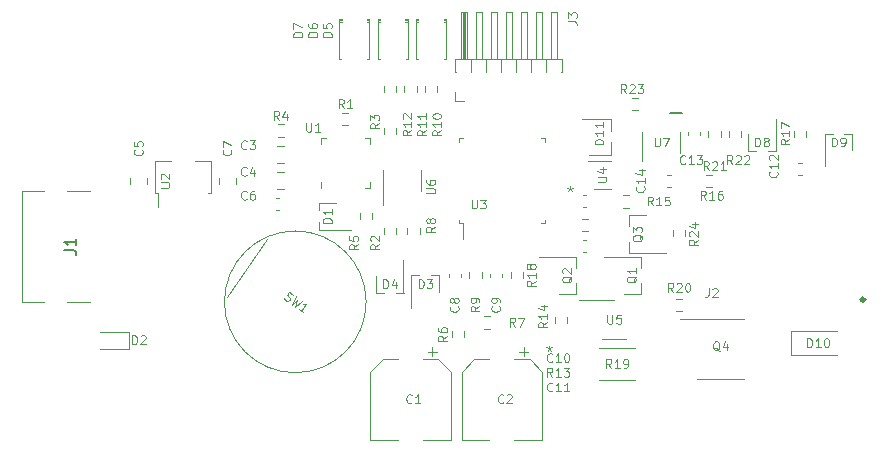
<source format=gto>
G04 #@! TF.GenerationSoftware,KiCad,Pcbnew,(5.1.9)-1*
G04 #@! TF.CreationDate,2021-04-20T09:49:11+02:00*
G04 #@! TF.ProjectId,loeti,6c6f6574-692e-46b6-9963-61645f706362,rev?*
G04 #@! TF.SameCoordinates,Original*
G04 #@! TF.FileFunction,Legend,Top*
G04 #@! TF.FilePolarity,Positive*
%FSLAX46Y46*%
G04 Gerber Fmt 4.6, Leading zero omitted, Abs format (unit mm)*
G04 Created by KiCad (PCBNEW (5.1.9)-1) date 2021-04-20 09:49:11*
%MOMM*%
%LPD*%
G01*
G04 APERTURE LIST*
%ADD10C,0.100000*%
%ADD11C,0.150000*%
%ADD12C,0.120000*%
%ADD13C,0.300000*%
%ADD14C,0.500000*%
%ADD15R,1.450000X0.600000*%
%ADD16R,1.450000X0.300000*%
%ADD17O,2.100000X1.000000*%
%ADD18C,0.650000*%
%ADD19O,1.600000X1.000000*%
%ADD20R,2.000000X0.650000*%
%ADD21R,0.450000X1.500000*%
%ADD22C,2.200000*%
%ADD23R,1.900000X0.800000*%
%ADD24O,3.200000X1.600000*%
%ADD25R,2.500000X2.430000*%
%ADD26R,0.650000X1.560000*%
%ADD27R,0.900000X2.300000*%
%ADD28R,1.500000X0.450000*%
%ADD29C,1.800000*%
%ADD30R,1.800000X1.800000*%
%ADD31R,1.500000X0.400000*%
%ADD32R,1.450000X0.450000*%
%ADD33R,2.700000X2.700000*%
%ADD34R,1.000000X1.000000*%
%ADD35O,1.000000X1.000000*%
%ADD36R,0.900000X1.200000*%
G04 APERTURE END LIST*
D10*
X98750000Y33797619D02*
X98750000Y33559523D01*
X98988095Y33654761D02*
X98750000Y33559523D01*
X98511904Y33654761D01*
X98892857Y33369047D02*
X98750000Y33559523D01*
X98607142Y33369047D01*
X97000000Y20297619D02*
X97000000Y20059523D01*
X97238095Y20154761D02*
X97000000Y20059523D01*
X96761904Y20154761D01*
X97142857Y19869047D02*
X97000000Y20059523D01*
X96857142Y19869047D01*
D11*
X107250000Y40000000D02*
X108250000Y40000000D01*
D12*
X52350000Y33380000D02*
X52350000Y23980000D01*
X58150000Y23980000D02*
X56150000Y23980000D01*
X54250000Y23980000D02*
X52350000Y23980000D01*
X58150000Y33380000D02*
X56150000Y33380000D01*
X54250000Y33380000D02*
X52350000Y33380000D01*
X102180000Y39510000D02*
X99750000Y39510000D01*
X102200000Y39500000D02*
X102200000Y38500000D01*
X102200000Y36450000D02*
X100350000Y36450000D01*
X102200000Y37500000D02*
X102200000Y36450000D01*
X92004724Y22772500D02*
X91495276Y22772500D01*
X92004724Y21727500D02*
X91495276Y21727500D01*
X88727500Y21504724D02*
X88727500Y20995276D01*
X89772500Y21504724D02*
X89772500Y20995276D01*
X82340000Y26175000D02*
X82340000Y24765000D01*
X84660000Y24765000D02*
X84660000Y27500000D01*
X84670000Y24765000D02*
X84000000Y24765000D01*
X83000000Y24765000D02*
X82340000Y24765000D01*
X87660000Y24825000D02*
X87660000Y26235000D01*
X85340000Y26235000D02*
X85340000Y23500000D01*
X85330000Y26235000D02*
X86000000Y26235000D01*
X87000000Y26235000D02*
X87660000Y26235000D01*
X73124969Y29325338D02*
X69683510Y24410426D01*
X81500000Y24000000D02*
G75*
G03*
X81500000Y24000000I-6000000J0D01*
G01*
X104760000Y24670000D02*
X103300000Y24670000D01*
X104760000Y27830000D02*
X101600000Y27830000D01*
X104760000Y27830000D02*
X104760000Y26900000D01*
X104760000Y24670000D02*
X104760000Y25600000D01*
D13*
X123720000Y24180000D02*
G75*
G03*
X123720000Y24180000I-150000J0D01*
G01*
D12*
X99260000Y24670000D02*
X97800000Y24670000D01*
X99260000Y27830000D02*
X96100000Y27830000D01*
X99260000Y27830000D02*
X99260000Y26900000D01*
X99260000Y24670000D02*
X99260000Y25600000D01*
X103740000Y31330000D02*
X105200000Y31330000D01*
X103740000Y28170000D02*
X106900000Y28170000D01*
X103740000Y28170000D02*
X103740000Y29100000D01*
X103740000Y31330000D02*
X103740000Y30400000D01*
X82890000Y35150000D02*
X82890000Y32200000D01*
X86110000Y33350000D02*
X86110000Y35150000D01*
X68360000Y33190000D02*
X68130000Y33190000D01*
X63640000Y33190000D02*
X63870000Y33190000D01*
X63640000Y33190000D02*
X63640000Y35910000D01*
X63640000Y35910000D02*
X64950000Y35910000D01*
X63870000Y32050000D02*
X63870000Y33190000D01*
X68360000Y35910000D02*
X68360000Y33190000D01*
X67050000Y35910000D02*
X68360000Y35910000D01*
X122660000Y36825000D02*
X122660000Y38235000D01*
X120340000Y38235000D02*
X120340000Y35500000D01*
X120330000Y38235000D02*
X121000000Y38235000D01*
X122000000Y38235000D02*
X122660000Y38235000D01*
X113840000Y38175000D02*
X113840000Y36765000D01*
X116160000Y36765000D02*
X116160000Y39500000D01*
X116170000Y36765000D02*
X115500000Y36765000D01*
X114500000Y36765000D02*
X113840000Y36765000D01*
X78925000Y32410000D02*
X77515000Y32410000D01*
X77515000Y30090000D02*
X80250000Y30090000D01*
X77515000Y30080000D02*
X77515000Y30750000D01*
X77515000Y31750000D02*
X77515000Y32410000D01*
X99745276Y29977500D02*
X100254724Y29977500D01*
X99745276Y31022500D02*
X100254724Y31022500D01*
X99853733Y28240000D02*
X100146267Y28240000D01*
X99853733Y29260000D02*
X100146267Y29260000D01*
X81760000Y47940000D02*
X81760000Y44520000D01*
X79240000Y47940000D02*
X79240000Y44520000D01*
X81760000Y47940000D02*
X81580000Y47940000D01*
X79420000Y47940000D02*
X79240000Y47940000D01*
X81760000Y44520000D02*
X81595000Y44520000D01*
X79405000Y44520000D02*
X79240000Y44520000D01*
X81760000Y47820000D02*
X81580000Y47820000D01*
X79420000Y47820000D02*
X79240000Y47820000D01*
X81760000Y47700000D02*
X81580000Y47700000D01*
X79420000Y47700000D02*
X79240000Y47700000D01*
X85010000Y47940000D02*
X85010000Y44520000D01*
X82490000Y47940000D02*
X82490000Y44520000D01*
X85010000Y47940000D02*
X84830000Y47940000D01*
X82670000Y47940000D02*
X82490000Y47940000D01*
X85010000Y44520000D02*
X84845000Y44520000D01*
X82655000Y44520000D02*
X82490000Y44520000D01*
X85010000Y47820000D02*
X84830000Y47820000D01*
X82670000Y47820000D02*
X82490000Y47820000D01*
X85010000Y47700000D02*
X84830000Y47700000D01*
X82670000Y47700000D02*
X82490000Y47700000D01*
X88260000Y47940000D02*
X88260000Y44520000D01*
X85740000Y47940000D02*
X85740000Y44520000D01*
X88260000Y47940000D02*
X88080000Y47940000D01*
X85920000Y47940000D02*
X85740000Y47940000D01*
X88260000Y44520000D02*
X88095000Y44520000D01*
X85905000Y44520000D02*
X85740000Y44520000D01*
X88260000Y47820000D02*
X88080000Y47820000D01*
X85920000Y47820000D02*
X85740000Y47820000D01*
X88260000Y47700000D02*
X88080000Y47700000D01*
X85920000Y47700000D02*
X85740000Y47700000D01*
X89690000Y30640000D02*
X89690000Y29325000D01*
X89390000Y30640000D02*
X89690000Y30640000D01*
X89390000Y30940000D02*
X89390000Y30640000D01*
X89390000Y37860000D02*
X89690000Y37860000D01*
X89390000Y37560000D02*
X89390000Y37860000D01*
X96610000Y30640000D02*
X96310000Y30640000D01*
X96610000Y30940000D02*
X96610000Y30640000D01*
X96610000Y37860000D02*
X96310000Y37860000D01*
X96610000Y37560000D02*
X96610000Y37860000D01*
X100800000Y33590000D02*
X102200000Y33590000D01*
X102200000Y35910000D02*
X100300000Y35910000D01*
X102500000Y24120000D02*
X99500000Y24120000D01*
X103500000Y20880000D02*
X101500000Y20880000D01*
X107745276Y23227500D02*
X108254724Y23227500D01*
X107745276Y24272500D02*
X108254724Y24272500D01*
X98522500Y22245276D02*
X98522500Y22754724D01*
X97477500Y22245276D02*
X97477500Y22754724D01*
X108522500Y29582776D02*
X108522500Y30092224D01*
X107477500Y29582776D02*
X107477500Y30092224D01*
X113272500Y38504724D02*
X113272500Y37995276D01*
X112227500Y38504724D02*
X112227500Y37995276D01*
X103995276Y40227500D02*
X104504724Y40227500D01*
X103995276Y41272500D02*
X104504724Y41272500D01*
X118772500Y37995276D02*
X118772500Y38504724D01*
X117727500Y37995276D02*
X117727500Y38504724D01*
X110245276Y33727500D02*
X110754724Y33727500D01*
X110245276Y34772500D02*
X110754724Y34772500D01*
X82977500Y42254724D02*
X82977500Y41745276D01*
X84022500Y42254724D02*
X84022500Y41745276D01*
X84727500Y42254724D02*
X84727500Y41745276D01*
X85772500Y42254724D02*
X85772500Y41745276D01*
X87522500Y42254724D02*
X87522500Y41745276D01*
X86477500Y42254724D02*
X86477500Y41745276D01*
X107283767Y33740000D02*
X106991233Y33740000D01*
X107283767Y34760000D02*
X106991233Y34760000D01*
X87491250Y19793750D02*
X86703750Y19793750D01*
X87097500Y20187500D02*
X87097500Y19400000D01*
X82904437Y19160000D02*
X81840000Y18095563D01*
X87595563Y19160000D02*
X88660000Y18095563D01*
X87595563Y19160000D02*
X86310000Y19160000D01*
X82904437Y19160000D02*
X84190000Y19160000D01*
X81840000Y18095563D02*
X81840000Y12340000D01*
X88660000Y18095563D02*
X88660000Y12340000D01*
X88660000Y12340000D02*
X86310000Y12340000D01*
X81840000Y12340000D02*
X84190000Y12340000D01*
X104890000Y38400000D02*
X104890000Y35950000D01*
X108110000Y36600000D02*
X108110000Y38400000D01*
X95241250Y19793750D02*
X94453750Y19793750D01*
X94847500Y20187500D02*
X94847500Y19400000D01*
X90654437Y19160000D02*
X89590000Y18095563D01*
X95345563Y19160000D02*
X96410000Y18095563D01*
X95345563Y19160000D02*
X94060000Y19160000D01*
X90654437Y19160000D02*
X91940000Y19160000D01*
X89590000Y18095563D02*
X89590000Y12340000D01*
X96410000Y18095563D02*
X96410000Y12340000D01*
X96410000Y12340000D02*
X94060000Y12340000D01*
X89590000Y12340000D02*
X91940000Y12340000D01*
X118103733Y35760000D02*
X118396267Y35760000D01*
X118103733Y34740000D02*
X118396267Y34740000D01*
X77640000Y34115000D02*
X77640000Y33640000D01*
X81860000Y37860000D02*
X81385000Y37860000D01*
X81860000Y37385000D02*
X81860000Y37860000D01*
X81860000Y33640000D02*
X81385000Y33640000D01*
X81860000Y34115000D02*
X81860000Y33640000D01*
X77640000Y37860000D02*
X78115000Y37860000D01*
X77640000Y37385000D02*
X77640000Y37860000D01*
X101222936Y20110000D02*
X104277064Y20110000D01*
X101222936Y17390000D02*
X104277064Y17390000D01*
X110477500Y37995276D02*
X110477500Y38504724D01*
X111522500Y37995276D02*
X111522500Y38504724D01*
X94772500Y26504724D02*
X94772500Y25995276D01*
X93727500Y26504724D02*
X93727500Y25995276D01*
X103245276Y33022500D02*
X103754724Y33022500D01*
X103245276Y31977500D02*
X103754724Y31977500D01*
X84977500Y29745276D02*
X84977500Y30254724D01*
X86022500Y29745276D02*
X86022500Y30254724D01*
X90227500Y25995276D02*
X90227500Y26504724D01*
X91272500Y25995276D02*
X91272500Y26504724D01*
X80977500Y30995276D02*
X80977500Y31504724D01*
X82022500Y30995276D02*
X82022500Y31504724D01*
X74504724Y37977500D02*
X73995276Y37977500D01*
X74504724Y39022500D02*
X73995276Y39022500D01*
X82977500Y38245276D02*
X82977500Y38754724D01*
X84022500Y38245276D02*
X84022500Y38754724D01*
X84022500Y30254724D02*
X84022500Y29745276D01*
X82977500Y30254724D02*
X82977500Y29745276D01*
X79495276Y40022500D02*
X80004724Y40022500D01*
X79495276Y38977500D02*
X80004724Y38977500D01*
X111500000Y17440000D02*
X113450000Y17440000D01*
X111500000Y17440000D02*
X109550000Y17440000D01*
X111500000Y22560000D02*
X113450000Y22560000D01*
X111500000Y22560000D02*
X108050000Y22560000D01*
X88990000Y40990000D02*
X88990000Y41750000D01*
X89750000Y40990000D02*
X88990000Y40990000D01*
X97630000Y48580000D02*
X97630000Y44580000D01*
X97110000Y48580000D02*
X97630000Y48580000D01*
X97110000Y44580000D02*
X97110000Y48580000D01*
X96719677Y43460000D02*
X96750323Y43460000D01*
X96735000Y43460000D02*
X96735000Y44580000D01*
X96360000Y48580000D02*
X96360000Y44580000D01*
X95840000Y48580000D02*
X96360000Y48580000D01*
X95840000Y44580000D02*
X95840000Y48580000D01*
X95449677Y43460000D02*
X95480323Y43460000D01*
X95465000Y43460000D02*
X95465000Y44580000D01*
X95090000Y48580000D02*
X95090000Y44580000D01*
X94570000Y48580000D02*
X95090000Y48580000D01*
X94570000Y44580000D02*
X94570000Y48580000D01*
X94179677Y43460000D02*
X94210323Y43460000D01*
X94195000Y43460000D02*
X94195000Y44580000D01*
X93820000Y48580000D02*
X93820000Y44580000D01*
X93300000Y48580000D02*
X93820000Y48580000D01*
X93300000Y44580000D02*
X93300000Y48580000D01*
X92909677Y43460000D02*
X92940323Y43460000D01*
X92925000Y43460000D02*
X92925000Y44580000D01*
X92550000Y48580000D02*
X92550000Y44580000D01*
X92030000Y48580000D02*
X92550000Y48580000D01*
X92030000Y44580000D02*
X92030000Y48580000D01*
X91639677Y43460000D02*
X91670323Y43460000D01*
X91655000Y43460000D02*
X91655000Y44580000D01*
X91280000Y48580000D02*
X91280000Y44580000D01*
X90760000Y48580000D02*
X91280000Y48580000D01*
X90760000Y44580000D02*
X90760000Y48580000D01*
X90369677Y43460000D02*
X90400323Y43460000D01*
X90385000Y43460000D02*
X90385000Y44580000D01*
X89910000Y44580000D02*
X89910000Y48580000D01*
X89790000Y44580000D02*
X89790000Y48580000D01*
X89670000Y44580000D02*
X89670000Y48580000D01*
X89550000Y44580000D02*
X89550000Y48580000D01*
X90010000Y48580000D02*
X90010000Y44580000D01*
X89490000Y48580000D02*
X90010000Y48580000D01*
X89490000Y44580000D02*
X89490000Y48580000D01*
X98065000Y43460000D02*
X97989677Y43460000D01*
X98065000Y44580000D02*
X98065000Y43460000D01*
X89055000Y44580000D02*
X98065000Y44580000D01*
X89055000Y43460000D02*
X89055000Y44580000D01*
X89130323Y43460000D02*
X89055000Y43460000D01*
X117500000Y21500000D02*
X117500000Y19500000D01*
X117500000Y19500000D02*
X121400000Y19500000D01*
X117500000Y21500000D02*
X121400000Y21500000D01*
X58950000Y20015000D02*
X61410000Y20015000D01*
X61410000Y20015000D02*
X61410000Y21485000D01*
X61410000Y21485000D02*
X58950000Y21485000D01*
X108740000Y38103733D02*
X108740000Y38396267D01*
X109760000Y38103733D02*
X109760000Y38396267D01*
X100146267Y31990000D02*
X99853733Y31990000D01*
X100146267Y33010000D02*
X99853733Y33010000D01*
X93010000Y26396267D02*
X93010000Y26103733D01*
X91990000Y26396267D02*
X91990000Y26103733D01*
X89510000Y26396267D02*
X89510000Y26103733D01*
X88490000Y26396267D02*
X88490000Y26103733D01*
X73853733Y32760000D02*
X74146267Y32760000D01*
X73853733Y31740000D02*
X74146267Y31740000D01*
X70485000Y34511252D02*
X70485000Y33988748D01*
X69015000Y34511252D02*
X69015000Y33988748D01*
X74511252Y33515000D02*
X73988748Y33515000D01*
X74511252Y34985000D02*
X73988748Y34985000D01*
X73988748Y37235000D02*
X74511252Y37235000D01*
X73988748Y35765000D02*
X74511252Y35765000D01*
X61515000Y33988748D02*
X61515000Y34511252D01*
X62985000Y33988748D02*
X62985000Y34511252D01*
D11*
X55952380Y28346666D02*
X56666666Y28346666D01*
X56809523Y28299047D01*
X56904761Y28203809D01*
X56952380Y28060952D01*
X56952380Y27965714D01*
X56952380Y29346666D02*
X56952380Y28775238D01*
X56952380Y29060952D02*
X55952380Y29060952D01*
X56095238Y28965714D01*
X56190476Y28870476D01*
X56238095Y28775238D01*
D10*
X101589285Y37339285D02*
X100839285Y37339285D01*
X100839285Y37517857D01*
X100875000Y37625000D01*
X100946428Y37696428D01*
X101017857Y37732142D01*
X101160714Y37767857D01*
X101267857Y37767857D01*
X101410714Y37732142D01*
X101482142Y37696428D01*
X101553571Y37625000D01*
X101589285Y37517857D01*
X101589285Y37339285D01*
X101589285Y38482142D02*
X101589285Y38053571D01*
X101589285Y38267857D02*
X100839285Y38267857D01*
X100946428Y38196428D01*
X101017857Y38125000D01*
X101053571Y38053571D01*
X101589285Y39196428D02*
X101589285Y38767857D01*
X101589285Y38982142D02*
X100839285Y38982142D01*
X100946428Y38910714D01*
X101017857Y38839285D01*
X101053571Y38767857D01*
X94125000Y21910714D02*
X93875000Y22267857D01*
X93696428Y21910714D02*
X93696428Y22660714D01*
X93982142Y22660714D01*
X94053571Y22625000D01*
X94089285Y22589285D01*
X94125000Y22517857D01*
X94125000Y22410714D01*
X94089285Y22339285D01*
X94053571Y22303571D01*
X93982142Y22267857D01*
X93696428Y22267857D01*
X94375000Y22660714D02*
X94875000Y22660714D01*
X94553571Y21910714D01*
X88339285Y21125000D02*
X87982142Y20875000D01*
X88339285Y20696428D02*
X87589285Y20696428D01*
X87589285Y20982142D01*
X87625000Y21053571D01*
X87660714Y21089285D01*
X87732142Y21125000D01*
X87839285Y21125000D01*
X87910714Y21089285D01*
X87946428Y21053571D01*
X87982142Y20982142D01*
X87982142Y20696428D01*
X87589285Y21767857D02*
X87589285Y21625000D01*
X87625000Y21553571D01*
X87660714Y21517857D01*
X87767857Y21446428D01*
X87910714Y21410714D01*
X88196428Y21410714D01*
X88267857Y21446428D01*
X88303571Y21482142D01*
X88339285Y21553571D01*
X88339285Y21696428D01*
X88303571Y21767857D01*
X88267857Y21803571D01*
X88196428Y21839285D01*
X88017857Y21839285D01*
X87946428Y21803571D01*
X87910714Y21767857D01*
X87875000Y21696428D01*
X87875000Y21553571D01*
X87910714Y21482142D01*
X87946428Y21446428D01*
X88017857Y21410714D01*
X82946428Y25160714D02*
X82946428Y25910714D01*
X83125000Y25910714D01*
X83232142Y25875000D01*
X83303571Y25803571D01*
X83339285Y25732142D01*
X83375000Y25589285D01*
X83375000Y25482142D01*
X83339285Y25339285D01*
X83303571Y25267857D01*
X83232142Y25196428D01*
X83125000Y25160714D01*
X82946428Y25160714D01*
X84017857Y25660714D02*
X84017857Y25160714D01*
X83839285Y25946428D02*
X83660714Y25410714D01*
X84125000Y25410714D01*
X85946428Y25160714D02*
X85946428Y25910714D01*
X86125000Y25910714D01*
X86232142Y25875000D01*
X86303571Y25803571D01*
X86339285Y25732142D01*
X86375000Y25589285D01*
X86375000Y25482142D01*
X86339285Y25339285D01*
X86303571Y25267857D01*
X86232142Y25196428D01*
X86125000Y25160714D01*
X85946428Y25160714D01*
X86625000Y25910714D02*
X87089285Y25910714D01*
X86839285Y25625000D01*
X86946428Y25625000D01*
X87017857Y25589285D01*
X87053571Y25553571D01*
X87089285Y25482142D01*
X87089285Y25303571D01*
X87053571Y25232142D01*
X87017857Y25196428D01*
X86946428Y25160714D01*
X86732142Y25160714D01*
X86660714Y25196428D01*
X86625000Y25232142D01*
X74564067Y24284755D02*
X74631348Y24194045D01*
X74777626Y24091620D01*
X74856621Y24079906D01*
X74906362Y24088677D01*
X74976587Y24126703D01*
X75017557Y24185213D01*
X75029271Y24264209D01*
X75020500Y24313949D01*
X74982474Y24384175D01*
X74885937Y24495370D01*
X74847911Y24565595D01*
X74839141Y24615335D01*
X74850855Y24694331D01*
X74891825Y24752842D01*
X74962050Y24790868D01*
X75011790Y24799638D01*
X75090786Y24787924D01*
X75237063Y24685500D01*
X75304345Y24594789D01*
X75529618Y24480651D02*
X75245712Y23763862D01*
X75670007Y24120754D01*
X75479756Y23599983D01*
X76056215Y24111923D01*
X76181886Y23108346D02*
X75830821Y23354165D01*
X76006354Y23231256D02*
X76436536Y23845620D01*
X76316571Y23798823D01*
X76217090Y23781282D01*
X76138094Y23792996D01*
X104910714Y29678571D02*
X104875000Y29607142D01*
X104803571Y29535714D01*
X104696428Y29428571D01*
X104660714Y29357142D01*
X104660714Y29285714D01*
X104839285Y29321428D02*
X104803571Y29250000D01*
X104732142Y29178571D01*
X104589285Y29142857D01*
X104339285Y29142857D01*
X104196428Y29178571D01*
X104125000Y29250000D01*
X104089285Y29321428D01*
X104089285Y29464285D01*
X104125000Y29535714D01*
X104196428Y29607142D01*
X104339285Y29642857D01*
X104589285Y29642857D01*
X104732142Y29607142D01*
X104803571Y29535714D01*
X104839285Y29464285D01*
X104839285Y29321428D01*
X104089285Y29892857D02*
X104089285Y30357142D01*
X104375000Y30107142D01*
X104375000Y30214285D01*
X104410714Y30285714D01*
X104446428Y30321428D01*
X104517857Y30357142D01*
X104696428Y30357142D01*
X104767857Y30321428D01*
X104803571Y30285714D01*
X104839285Y30214285D01*
X104839285Y30000000D01*
X104803571Y29928571D01*
X104767857Y29892857D01*
X110500000Y25160714D02*
X110500000Y24625000D01*
X110464285Y24517857D01*
X110392857Y24446428D01*
X110285714Y24410714D01*
X110214285Y24410714D01*
X110821428Y25089285D02*
X110857142Y25125000D01*
X110928571Y25160714D01*
X111107142Y25160714D01*
X111178571Y25125000D01*
X111214285Y25089285D01*
X111250000Y25017857D01*
X111250000Y24946428D01*
X111214285Y24839285D01*
X110785714Y24410714D01*
X111250000Y24410714D01*
X98910714Y26178571D02*
X98875000Y26107142D01*
X98803571Y26035714D01*
X98696428Y25928571D01*
X98660714Y25857142D01*
X98660714Y25785714D01*
X98839285Y25821428D02*
X98803571Y25750000D01*
X98732142Y25678571D01*
X98589285Y25642857D01*
X98339285Y25642857D01*
X98196428Y25678571D01*
X98125000Y25750000D01*
X98089285Y25821428D01*
X98089285Y25964285D01*
X98125000Y26035714D01*
X98196428Y26107142D01*
X98339285Y26142857D01*
X98589285Y26142857D01*
X98732142Y26107142D01*
X98803571Y26035714D01*
X98839285Y25964285D01*
X98839285Y25821428D01*
X98160714Y26428571D02*
X98125000Y26464285D01*
X98089285Y26535714D01*
X98089285Y26714285D01*
X98125000Y26785714D01*
X98160714Y26821428D01*
X98232142Y26857142D01*
X98303571Y26857142D01*
X98410714Y26821428D01*
X98839285Y26392857D01*
X98839285Y26857142D01*
X104410714Y26178571D02*
X104375000Y26107142D01*
X104303571Y26035714D01*
X104196428Y25928571D01*
X104160714Y25857142D01*
X104160714Y25785714D01*
X104339285Y25821428D02*
X104303571Y25750000D01*
X104232142Y25678571D01*
X104089285Y25642857D01*
X103839285Y25642857D01*
X103696428Y25678571D01*
X103625000Y25750000D01*
X103589285Y25821428D01*
X103589285Y25964285D01*
X103625000Y26035714D01*
X103696428Y26107142D01*
X103839285Y26142857D01*
X104089285Y26142857D01*
X104232142Y26107142D01*
X104303571Y26035714D01*
X104339285Y25964285D01*
X104339285Y25821428D01*
X104339285Y26857142D02*
X104339285Y26428571D01*
X104339285Y26642857D02*
X103589285Y26642857D01*
X103696428Y26571428D01*
X103767857Y26500000D01*
X103803571Y26428571D01*
X86589285Y33178571D02*
X87196428Y33178571D01*
X87267857Y33214285D01*
X87303571Y33250000D01*
X87339285Y33321428D01*
X87339285Y33464285D01*
X87303571Y33535714D01*
X87267857Y33571428D01*
X87196428Y33607142D01*
X86589285Y33607142D01*
X86589285Y34285714D02*
X86589285Y34142857D01*
X86625000Y34071428D01*
X86660714Y34035714D01*
X86767857Y33964285D01*
X86910714Y33928571D01*
X87196428Y33928571D01*
X87267857Y33964285D01*
X87303571Y34000000D01*
X87339285Y34071428D01*
X87339285Y34214285D01*
X87303571Y34285714D01*
X87267857Y34321428D01*
X87196428Y34357142D01*
X87017857Y34357142D01*
X86946428Y34321428D01*
X86910714Y34285714D01*
X86875000Y34214285D01*
X86875000Y34071428D01*
X86910714Y34000000D01*
X86946428Y33964285D01*
X87017857Y33928571D01*
X64089285Y33678571D02*
X64696428Y33678571D01*
X64767857Y33714285D01*
X64803571Y33750000D01*
X64839285Y33821428D01*
X64839285Y33964285D01*
X64803571Y34035714D01*
X64767857Y34071428D01*
X64696428Y34107142D01*
X64089285Y34107142D01*
X64160714Y34428571D02*
X64125000Y34464285D01*
X64089285Y34535714D01*
X64089285Y34714285D01*
X64125000Y34785714D01*
X64160714Y34821428D01*
X64232142Y34857142D01*
X64303571Y34857142D01*
X64410714Y34821428D01*
X64839285Y34392857D01*
X64839285Y34857142D01*
X120946428Y37160714D02*
X120946428Y37910714D01*
X121125000Y37910714D01*
X121232142Y37875000D01*
X121303571Y37803571D01*
X121339285Y37732142D01*
X121375000Y37589285D01*
X121375000Y37482142D01*
X121339285Y37339285D01*
X121303571Y37267857D01*
X121232142Y37196428D01*
X121125000Y37160714D01*
X120946428Y37160714D01*
X121732142Y37160714D02*
X121875000Y37160714D01*
X121946428Y37196428D01*
X121982142Y37232142D01*
X122053571Y37339285D01*
X122089285Y37482142D01*
X122089285Y37767857D01*
X122053571Y37839285D01*
X122017857Y37875000D01*
X121946428Y37910714D01*
X121803571Y37910714D01*
X121732142Y37875000D01*
X121696428Y37839285D01*
X121660714Y37767857D01*
X121660714Y37589285D01*
X121696428Y37517857D01*
X121732142Y37482142D01*
X121803571Y37446428D01*
X121946428Y37446428D01*
X122017857Y37482142D01*
X122053571Y37517857D01*
X122089285Y37589285D01*
X114446428Y37160714D02*
X114446428Y37910714D01*
X114625000Y37910714D01*
X114732142Y37875000D01*
X114803571Y37803571D01*
X114839285Y37732142D01*
X114875000Y37589285D01*
X114875000Y37482142D01*
X114839285Y37339285D01*
X114803571Y37267857D01*
X114732142Y37196428D01*
X114625000Y37160714D01*
X114446428Y37160714D01*
X115303571Y37589285D02*
X115232142Y37625000D01*
X115196428Y37660714D01*
X115160714Y37732142D01*
X115160714Y37767857D01*
X115196428Y37839285D01*
X115232142Y37875000D01*
X115303571Y37910714D01*
X115446428Y37910714D01*
X115517857Y37875000D01*
X115553571Y37839285D01*
X115589285Y37767857D01*
X115589285Y37732142D01*
X115553571Y37660714D01*
X115517857Y37625000D01*
X115446428Y37589285D01*
X115303571Y37589285D01*
X115232142Y37553571D01*
X115196428Y37517857D01*
X115160714Y37446428D01*
X115160714Y37303571D01*
X115196428Y37232142D01*
X115232142Y37196428D01*
X115303571Y37160714D01*
X115446428Y37160714D01*
X115517857Y37196428D01*
X115553571Y37232142D01*
X115589285Y37303571D01*
X115589285Y37446428D01*
X115553571Y37517857D01*
X115517857Y37553571D01*
X115446428Y37589285D01*
X78589285Y30696428D02*
X77839285Y30696428D01*
X77839285Y30875000D01*
X77875000Y30982142D01*
X77946428Y31053571D01*
X78017857Y31089285D01*
X78160714Y31125000D01*
X78267857Y31125000D01*
X78410714Y31089285D01*
X78482142Y31053571D01*
X78553571Y30982142D01*
X78589285Y30875000D01*
X78589285Y30696428D01*
X78589285Y31839285D02*
X78589285Y31410714D01*
X78589285Y31625000D02*
X77839285Y31625000D01*
X77946428Y31553571D01*
X78017857Y31482142D01*
X78053571Y31410714D01*
X97267857Y17660714D02*
X97017857Y18017857D01*
X96839285Y17660714D02*
X96839285Y18410714D01*
X97125000Y18410714D01*
X97196428Y18375000D01*
X97232142Y18339285D01*
X97267857Y18267857D01*
X97267857Y18160714D01*
X97232142Y18089285D01*
X97196428Y18053571D01*
X97125000Y18017857D01*
X96839285Y18017857D01*
X97982142Y17660714D02*
X97553571Y17660714D01*
X97767857Y17660714D02*
X97767857Y18410714D01*
X97696428Y18303571D01*
X97625000Y18232142D01*
X97553571Y18196428D01*
X98232142Y18410714D02*
X98696428Y18410714D01*
X98446428Y18125000D01*
X98553571Y18125000D01*
X98625000Y18089285D01*
X98660714Y18053571D01*
X98696428Y17982142D01*
X98696428Y17803571D01*
X98660714Y17732142D01*
X98625000Y17696428D01*
X98553571Y17660714D01*
X98339285Y17660714D01*
X98267857Y17696428D01*
X98232142Y17732142D01*
X97267857Y16482142D02*
X97232142Y16446428D01*
X97125000Y16410714D01*
X97053571Y16410714D01*
X96946428Y16446428D01*
X96875000Y16517857D01*
X96839285Y16589285D01*
X96803571Y16732142D01*
X96803571Y16839285D01*
X96839285Y16982142D01*
X96875000Y17053571D01*
X96946428Y17125000D01*
X97053571Y17160714D01*
X97125000Y17160714D01*
X97232142Y17125000D01*
X97267857Y17089285D01*
X97982142Y16410714D02*
X97553571Y16410714D01*
X97767857Y16410714D02*
X97767857Y17160714D01*
X97696428Y17053571D01*
X97625000Y16982142D01*
X97553571Y16946428D01*
X98696428Y16410714D02*
X98267857Y16410714D01*
X98482142Y16410714D02*
X98482142Y17160714D01*
X98410714Y17053571D01*
X98339285Y16982142D01*
X98267857Y16946428D01*
X76089285Y46446428D02*
X75339285Y46446428D01*
X75339285Y46625000D01*
X75375000Y46732142D01*
X75446428Y46803571D01*
X75517857Y46839285D01*
X75660714Y46875000D01*
X75767857Y46875000D01*
X75910714Y46839285D01*
X75982142Y46803571D01*
X76053571Y46732142D01*
X76089285Y46625000D01*
X76089285Y46446428D01*
X75339285Y47125000D02*
X75339285Y47625000D01*
X76089285Y47303571D01*
X77339285Y46446428D02*
X76589285Y46446428D01*
X76589285Y46625000D01*
X76625000Y46732142D01*
X76696428Y46803571D01*
X76767857Y46839285D01*
X76910714Y46875000D01*
X77017857Y46875000D01*
X77160714Y46839285D01*
X77232142Y46803571D01*
X77303571Y46732142D01*
X77339285Y46625000D01*
X77339285Y46446428D01*
X76589285Y47517857D02*
X76589285Y47375000D01*
X76625000Y47303571D01*
X76660714Y47267857D01*
X76767857Y47196428D01*
X76910714Y47160714D01*
X77196428Y47160714D01*
X77267857Y47196428D01*
X77303571Y47232142D01*
X77339285Y47303571D01*
X77339285Y47446428D01*
X77303571Y47517857D01*
X77267857Y47553571D01*
X77196428Y47589285D01*
X77017857Y47589285D01*
X76946428Y47553571D01*
X76910714Y47517857D01*
X76875000Y47446428D01*
X76875000Y47303571D01*
X76910714Y47232142D01*
X76946428Y47196428D01*
X77017857Y47160714D01*
X78589285Y46446428D02*
X77839285Y46446428D01*
X77839285Y46625000D01*
X77875000Y46732142D01*
X77946428Y46803571D01*
X78017857Y46839285D01*
X78160714Y46875000D01*
X78267857Y46875000D01*
X78410714Y46839285D01*
X78482142Y46803571D01*
X78553571Y46732142D01*
X78589285Y46625000D01*
X78589285Y46446428D01*
X77839285Y47553571D02*
X77839285Y47196428D01*
X78196428Y47160714D01*
X78160714Y47196428D01*
X78125000Y47267857D01*
X78125000Y47446428D01*
X78160714Y47517857D01*
X78196428Y47553571D01*
X78267857Y47589285D01*
X78446428Y47589285D01*
X78517857Y47553571D01*
X78553571Y47517857D01*
X78589285Y47446428D01*
X78589285Y47267857D01*
X78553571Y47196428D01*
X78517857Y47160714D01*
X90428571Y32660714D02*
X90428571Y32053571D01*
X90464285Y31982142D01*
X90500000Y31946428D01*
X90571428Y31910714D01*
X90714285Y31910714D01*
X90785714Y31946428D01*
X90821428Y31982142D01*
X90857142Y32053571D01*
X90857142Y32660714D01*
X91142857Y32660714D02*
X91607142Y32660714D01*
X91357142Y32375000D01*
X91464285Y32375000D01*
X91535714Y32339285D01*
X91571428Y32303571D01*
X91607142Y32232142D01*
X91607142Y32053571D01*
X91571428Y31982142D01*
X91535714Y31946428D01*
X91464285Y31910714D01*
X91250000Y31910714D01*
X91178571Y31946428D01*
X91142857Y31982142D01*
X101089285Y34178571D02*
X101696428Y34178571D01*
X101767857Y34214285D01*
X101803571Y34250000D01*
X101839285Y34321428D01*
X101839285Y34464285D01*
X101803571Y34535714D01*
X101767857Y34571428D01*
X101696428Y34607142D01*
X101089285Y34607142D01*
X101339285Y35285714D02*
X101839285Y35285714D01*
X101053571Y35107142D02*
X101589285Y34928571D01*
X101589285Y35392857D01*
X101928571Y22910714D02*
X101928571Y22303571D01*
X101964285Y22232142D01*
X102000000Y22196428D01*
X102071428Y22160714D01*
X102214285Y22160714D01*
X102285714Y22196428D01*
X102321428Y22232142D01*
X102357142Y22303571D01*
X102357142Y22910714D01*
X103071428Y22910714D02*
X102714285Y22910714D01*
X102678571Y22553571D01*
X102714285Y22589285D01*
X102785714Y22625000D01*
X102964285Y22625000D01*
X103035714Y22589285D01*
X103071428Y22553571D01*
X103107142Y22482142D01*
X103107142Y22303571D01*
X103071428Y22232142D01*
X103035714Y22196428D01*
X102964285Y22160714D01*
X102785714Y22160714D01*
X102714285Y22196428D01*
X102678571Y22232142D01*
X107517857Y24840714D02*
X107267857Y25197857D01*
X107089285Y24840714D02*
X107089285Y25590714D01*
X107375000Y25590714D01*
X107446428Y25555000D01*
X107482142Y25519285D01*
X107517857Y25447857D01*
X107517857Y25340714D01*
X107482142Y25269285D01*
X107446428Y25233571D01*
X107375000Y25197857D01*
X107089285Y25197857D01*
X107803571Y25519285D02*
X107839285Y25555000D01*
X107910714Y25590714D01*
X108089285Y25590714D01*
X108160714Y25555000D01*
X108196428Y25519285D01*
X108232142Y25447857D01*
X108232142Y25376428D01*
X108196428Y25269285D01*
X107767857Y24840714D01*
X108232142Y24840714D01*
X108696428Y25590714D02*
X108767857Y25590714D01*
X108839285Y25555000D01*
X108875000Y25519285D01*
X108910714Y25447857D01*
X108946428Y25305000D01*
X108946428Y25126428D01*
X108910714Y24983571D01*
X108875000Y24912142D01*
X108839285Y24876428D01*
X108767857Y24840714D01*
X108696428Y24840714D01*
X108625000Y24876428D01*
X108589285Y24912142D01*
X108553571Y24983571D01*
X108517857Y25126428D01*
X108517857Y25305000D01*
X108553571Y25447857D01*
X108589285Y25519285D01*
X108625000Y25555000D01*
X108696428Y25590714D01*
X96839285Y22267857D02*
X96482142Y22017857D01*
X96839285Y21839285D02*
X96089285Y21839285D01*
X96089285Y22125000D01*
X96125000Y22196428D01*
X96160714Y22232142D01*
X96232142Y22267857D01*
X96339285Y22267857D01*
X96410714Y22232142D01*
X96446428Y22196428D01*
X96482142Y22125000D01*
X96482142Y21839285D01*
X96839285Y22982142D02*
X96839285Y22553571D01*
X96839285Y22767857D02*
X96089285Y22767857D01*
X96196428Y22696428D01*
X96267857Y22625000D01*
X96303571Y22553571D01*
X96339285Y23625000D02*
X96839285Y23625000D01*
X96053571Y23446428D02*
X96589285Y23267857D01*
X96589285Y23732142D01*
X109589285Y29267857D02*
X109232142Y29017857D01*
X109589285Y28839285D02*
X108839285Y28839285D01*
X108839285Y29125000D01*
X108875000Y29196428D01*
X108910714Y29232142D01*
X108982142Y29267857D01*
X109089285Y29267857D01*
X109160714Y29232142D01*
X109196428Y29196428D01*
X109232142Y29125000D01*
X109232142Y28839285D01*
X108910714Y29553571D02*
X108875000Y29589285D01*
X108839285Y29660714D01*
X108839285Y29839285D01*
X108875000Y29910714D01*
X108910714Y29946428D01*
X108982142Y29982142D01*
X109053571Y29982142D01*
X109160714Y29946428D01*
X109589285Y29517857D01*
X109589285Y29982142D01*
X109089285Y30625000D02*
X109589285Y30625000D01*
X108803571Y30446428D02*
X109339285Y30267857D01*
X109339285Y30732142D01*
X112517857Y35660714D02*
X112267857Y36017857D01*
X112089285Y35660714D02*
X112089285Y36410714D01*
X112375000Y36410714D01*
X112446428Y36375000D01*
X112482142Y36339285D01*
X112517857Y36267857D01*
X112517857Y36160714D01*
X112482142Y36089285D01*
X112446428Y36053571D01*
X112375000Y36017857D01*
X112089285Y36017857D01*
X112803571Y36339285D02*
X112839285Y36375000D01*
X112910714Y36410714D01*
X113089285Y36410714D01*
X113160714Y36375000D01*
X113196428Y36339285D01*
X113232142Y36267857D01*
X113232142Y36196428D01*
X113196428Y36089285D01*
X112767857Y35660714D01*
X113232142Y35660714D01*
X113517857Y36339285D02*
X113553571Y36375000D01*
X113625000Y36410714D01*
X113803571Y36410714D01*
X113875000Y36375000D01*
X113910714Y36339285D01*
X113946428Y36267857D01*
X113946428Y36196428D01*
X113910714Y36089285D01*
X113482142Y35660714D01*
X113946428Y35660714D01*
X103517857Y41660714D02*
X103267857Y42017857D01*
X103089285Y41660714D02*
X103089285Y42410714D01*
X103375000Y42410714D01*
X103446428Y42375000D01*
X103482142Y42339285D01*
X103517857Y42267857D01*
X103517857Y42160714D01*
X103482142Y42089285D01*
X103446428Y42053571D01*
X103375000Y42017857D01*
X103089285Y42017857D01*
X103803571Y42339285D02*
X103839285Y42375000D01*
X103910714Y42410714D01*
X104089285Y42410714D01*
X104160714Y42375000D01*
X104196428Y42339285D01*
X104232142Y42267857D01*
X104232142Y42196428D01*
X104196428Y42089285D01*
X103767857Y41660714D01*
X104232142Y41660714D01*
X104482142Y42410714D02*
X104946428Y42410714D01*
X104696428Y42125000D01*
X104803571Y42125000D01*
X104875000Y42089285D01*
X104910714Y42053571D01*
X104946428Y41982142D01*
X104946428Y41803571D01*
X104910714Y41732142D01*
X104875000Y41696428D01*
X104803571Y41660714D01*
X104589285Y41660714D01*
X104517857Y41696428D01*
X104482142Y41732142D01*
X117339285Y37767857D02*
X116982142Y37517857D01*
X117339285Y37339285D02*
X116589285Y37339285D01*
X116589285Y37625000D01*
X116625000Y37696428D01*
X116660714Y37732142D01*
X116732142Y37767857D01*
X116839285Y37767857D01*
X116910714Y37732142D01*
X116946428Y37696428D01*
X116982142Y37625000D01*
X116982142Y37339285D01*
X117339285Y38482142D02*
X117339285Y38053571D01*
X117339285Y38267857D02*
X116589285Y38267857D01*
X116696428Y38196428D01*
X116767857Y38125000D01*
X116803571Y38053571D01*
X116589285Y38732142D02*
X116589285Y39232142D01*
X117339285Y38910714D01*
X110267857Y32660714D02*
X110017857Y33017857D01*
X109839285Y32660714D02*
X109839285Y33410714D01*
X110125000Y33410714D01*
X110196428Y33375000D01*
X110232142Y33339285D01*
X110267857Y33267857D01*
X110267857Y33160714D01*
X110232142Y33089285D01*
X110196428Y33053571D01*
X110125000Y33017857D01*
X109839285Y33017857D01*
X110982142Y32660714D02*
X110553571Y32660714D01*
X110767857Y32660714D02*
X110767857Y33410714D01*
X110696428Y33303571D01*
X110625000Y33232142D01*
X110553571Y33196428D01*
X111625000Y33410714D02*
X111482142Y33410714D01*
X111410714Y33375000D01*
X111375000Y33339285D01*
X111303571Y33232142D01*
X111267857Y33089285D01*
X111267857Y32803571D01*
X111303571Y32732142D01*
X111339285Y32696428D01*
X111410714Y32660714D01*
X111553571Y32660714D01*
X111625000Y32696428D01*
X111660714Y32732142D01*
X111696428Y32803571D01*
X111696428Y32982142D01*
X111660714Y33053571D01*
X111625000Y33089285D01*
X111553571Y33125000D01*
X111410714Y33125000D01*
X111339285Y33089285D01*
X111303571Y33053571D01*
X111267857Y32982142D01*
X85339285Y38517857D02*
X84982142Y38267857D01*
X85339285Y38089285D02*
X84589285Y38089285D01*
X84589285Y38375000D01*
X84625000Y38446428D01*
X84660714Y38482142D01*
X84732142Y38517857D01*
X84839285Y38517857D01*
X84910714Y38482142D01*
X84946428Y38446428D01*
X84982142Y38375000D01*
X84982142Y38089285D01*
X85339285Y39232142D02*
X85339285Y38803571D01*
X85339285Y39017857D02*
X84589285Y39017857D01*
X84696428Y38946428D01*
X84767857Y38875000D01*
X84803571Y38803571D01*
X84660714Y39517857D02*
X84625000Y39553571D01*
X84589285Y39625000D01*
X84589285Y39803571D01*
X84625000Y39875000D01*
X84660714Y39910714D01*
X84732142Y39946428D01*
X84803571Y39946428D01*
X84910714Y39910714D01*
X85339285Y39482142D01*
X85339285Y39946428D01*
X86589285Y38517857D02*
X86232142Y38267857D01*
X86589285Y38089285D02*
X85839285Y38089285D01*
X85839285Y38375000D01*
X85875000Y38446428D01*
X85910714Y38482142D01*
X85982142Y38517857D01*
X86089285Y38517857D01*
X86160714Y38482142D01*
X86196428Y38446428D01*
X86232142Y38375000D01*
X86232142Y38089285D01*
X86589285Y39232142D02*
X86589285Y38803571D01*
X86589285Y39017857D02*
X85839285Y39017857D01*
X85946428Y38946428D01*
X86017857Y38875000D01*
X86053571Y38803571D01*
X86589285Y39946428D02*
X86589285Y39517857D01*
X86589285Y39732142D02*
X85839285Y39732142D01*
X85946428Y39660714D01*
X86017857Y39589285D01*
X86053571Y39517857D01*
X87839285Y38517857D02*
X87482142Y38267857D01*
X87839285Y38089285D02*
X87089285Y38089285D01*
X87089285Y38375000D01*
X87125000Y38446428D01*
X87160714Y38482142D01*
X87232142Y38517857D01*
X87339285Y38517857D01*
X87410714Y38482142D01*
X87446428Y38446428D01*
X87482142Y38375000D01*
X87482142Y38089285D01*
X87839285Y39232142D02*
X87839285Y38803571D01*
X87839285Y39017857D02*
X87089285Y39017857D01*
X87196428Y38946428D01*
X87267857Y38875000D01*
X87303571Y38803571D01*
X87089285Y39696428D02*
X87089285Y39767857D01*
X87125000Y39839285D01*
X87160714Y39875000D01*
X87232142Y39910714D01*
X87375000Y39946428D01*
X87553571Y39946428D01*
X87696428Y39910714D01*
X87767857Y39875000D01*
X87803571Y39839285D01*
X87839285Y39767857D01*
X87839285Y39696428D01*
X87803571Y39625000D01*
X87767857Y39589285D01*
X87696428Y39553571D01*
X87553571Y39517857D01*
X87375000Y39517857D01*
X87232142Y39553571D01*
X87160714Y39589285D01*
X87125000Y39625000D01*
X87089285Y39696428D01*
X105017857Y33767857D02*
X105053571Y33732142D01*
X105089285Y33625000D01*
X105089285Y33553571D01*
X105053571Y33446428D01*
X104982142Y33375000D01*
X104910714Y33339285D01*
X104767857Y33303571D01*
X104660714Y33303571D01*
X104517857Y33339285D01*
X104446428Y33375000D01*
X104375000Y33446428D01*
X104339285Y33553571D01*
X104339285Y33625000D01*
X104375000Y33732142D01*
X104410714Y33767857D01*
X105089285Y34482142D02*
X105089285Y34053571D01*
X105089285Y34267857D02*
X104339285Y34267857D01*
X104446428Y34196428D01*
X104517857Y34125000D01*
X104553571Y34053571D01*
X104589285Y35125000D02*
X105089285Y35125000D01*
X104303571Y34946428D02*
X104839285Y34767857D01*
X104839285Y35232142D01*
X85375000Y15482142D02*
X85339285Y15446428D01*
X85232142Y15410714D01*
X85160714Y15410714D01*
X85053571Y15446428D01*
X84982142Y15517857D01*
X84946428Y15589285D01*
X84910714Y15732142D01*
X84910714Y15839285D01*
X84946428Y15982142D01*
X84982142Y16053571D01*
X85053571Y16125000D01*
X85160714Y16160714D01*
X85232142Y16160714D01*
X85339285Y16125000D01*
X85375000Y16089285D01*
X86089285Y15410714D02*
X85660714Y15410714D01*
X85875000Y15410714D02*
X85875000Y16160714D01*
X85803571Y16053571D01*
X85732142Y15982142D01*
X85660714Y15946428D01*
X105928571Y37910714D02*
X105928571Y37303571D01*
X105964285Y37232142D01*
X106000000Y37196428D01*
X106071428Y37160714D01*
X106214285Y37160714D01*
X106285714Y37196428D01*
X106321428Y37232142D01*
X106357142Y37303571D01*
X106357142Y37910714D01*
X106642857Y37910714D02*
X107142857Y37910714D01*
X106821428Y37160714D01*
X93125000Y15482142D02*
X93089285Y15446428D01*
X92982142Y15410714D01*
X92910714Y15410714D01*
X92803571Y15446428D01*
X92732142Y15517857D01*
X92696428Y15589285D01*
X92660714Y15732142D01*
X92660714Y15839285D01*
X92696428Y15982142D01*
X92732142Y16053571D01*
X92803571Y16125000D01*
X92910714Y16160714D01*
X92982142Y16160714D01*
X93089285Y16125000D01*
X93125000Y16089285D01*
X93410714Y16089285D02*
X93446428Y16125000D01*
X93517857Y16160714D01*
X93696428Y16160714D01*
X93767857Y16125000D01*
X93803571Y16089285D01*
X93839285Y16017857D01*
X93839285Y15946428D01*
X93803571Y15839285D01*
X93375000Y15410714D01*
X93839285Y15410714D01*
X116267857Y35017857D02*
X116303571Y34982142D01*
X116339285Y34875000D01*
X116339285Y34803571D01*
X116303571Y34696428D01*
X116232142Y34625000D01*
X116160714Y34589285D01*
X116017857Y34553571D01*
X115910714Y34553571D01*
X115767857Y34589285D01*
X115696428Y34625000D01*
X115625000Y34696428D01*
X115589285Y34803571D01*
X115589285Y34875000D01*
X115625000Y34982142D01*
X115660714Y35017857D01*
X116339285Y35732142D02*
X116339285Y35303571D01*
X116339285Y35517857D02*
X115589285Y35517857D01*
X115696428Y35446428D01*
X115767857Y35375000D01*
X115803571Y35303571D01*
X115660714Y36017857D02*
X115625000Y36053571D01*
X115589285Y36125000D01*
X115589285Y36303571D01*
X115625000Y36375000D01*
X115660714Y36410714D01*
X115732142Y36446428D01*
X115803571Y36446428D01*
X115910714Y36410714D01*
X116339285Y35982142D01*
X116339285Y36446428D01*
X76428571Y39160714D02*
X76428571Y38553571D01*
X76464285Y38482142D01*
X76500000Y38446428D01*
X76571428Y38410714D01*
X76714285Y38410714D01*
X76785714Y38446428D01*
X76821428Y38482142D01*
X76857142Y38553571D01*
X76857142Y39160714D01*
X77607142Y38410714D02*
X77178571Y38410714D01*
X77392857Y38410714D02*
X77392857Y39160714D01*
X77321428Y39053571D01*
X77250000Y38982142D01*
X77178571Y38946428D01*
X102267857Y18410714D02*
X102017857Y18767857D01*
X101839285Y18410714D02*
X101839285Y19160714D01*
X102125000Y19160714D01*
X102196428Y19125000D01*
X102232142Y19089285D01*
X102267857Y19017857D01*
X102267857Y18910714D01*
X102232142Y18839285D01*
X102196428Y18803571D01*
X102125000Y18767857D01*
X101839285Y18767857D01*
X102982142Y18410714D02*
X102553571Y18410714D01*
X102767857Y18410714D02*
X102767857Y19160714D01*
X102696428Y19053571D01*
X102625000Y18982142D01*
X102553571Y18946428D01*
X103339285Y18410714D02*
X103482142Y18410714D01*
X103553571Y18446428D01*
X103589285Y18482142D01*
X103660714Y18589285D01*
X103696428Y18732142D01*
X103696428Y19017857D01*
X103660714Y19089285D01*
X103625000Y19125000D01*
X103553571Y19160714D01*
X103410714Y19160714D01*
X103339285Y19125000D01*
X103303571Y19089285D01*
X103267857Y19017857D01*
X103267857Y18839285D01*
X103303571Y18767857D01*
X103339285Y18732142D01*
X103410714Y18696428D01*
X103553571Y18696428D01*
X103625000Y18732142D01*
X103660714Y18767857D01*
X103696428Y18839285D01*
X110517857Y35160714D02*
X110267857Y35517857D01*
X110089285Y35160714D02*
X110089285Y35910714D01*
X110375000Y35910714D01*
X110446428Y35875000D01*
X110482142Y35839285D01*
X110517857Y35767857D01*
X110517857Y35660714D01*
X110482142Y35589285D01*
X110446428Y35553571D01*
X110375000Y35517857D01*
X110089285Y35517857D01*
X110803571Y35839285D02*
X110839285Y35875000D01*
X110910714Y35910714D01*
X111089285Y35910714D01*
X111160714Y35875000D01*
X111196428Y35839285D01*
X111232142Y35767857D01*
X111232142Y35696428D01*
X111196428Y35589285D01*
X110767857Y35160714D01*
X111232142Y35160714D01*
X111946428Y35160714D02*
X111517857Y35160714D01*
X111732142Y35160714D02*
X111732142Y35910714D01*
X111660714Y35803571D01*
X111589285Y35732142D01*
X111517857Y35696428D01*
X95839285Y25767857D02*
X95482142Y25517857D01*
X95839285Y25339285D02*
X95089285Y25339285D01*
X95089285Y25625000D01*
X95125000Y25696428D01*
X95160714Y25732142D01*
X95232142Y25767857D01*
X95339285Y25767857D01*
X95410714Y25732142D01*
X95446428Y25696428D01*
X95482142Y25625000D01*
X95482142Y25339285D01*
X95839285Y26482142D02*
X95839285Y26053571D01*
X95839285Y26267857D02*
X95089285Y26267857D01*
X95196428Y26196428D01*
X95267857Y26125000D01*
X95303571Y26053571D01*
X95410714Y26910714D02*
X95375000Y26839285D01*
X95339285Y26803571D01*
X95267857Y26767857D01*
X95232142Y26767857D01*
X95160714Y26803571D01*
X95125000Y26839285D01*
X95089285Y26910714D01*
X95089285Y27053571D01*
X95125000Y27125000D01*
X95160714Y27160714D01*
X95232142Y27196428D01*
X95267857Y27196428D01*
X95339285Y27160714D01*
X95375000Y27125000D01*
X95410714Y27053571D01*
X95410714Y26910714D01*
X95446428Y26839285D01*
X95482142Y26803571D01*
X95553571Y26767857D01*
X95696428Y26767857D01*
X95767857Y26803571D01*
X95803571Y26839285D01*
X95839285Y26910714D01*
X95839285Y27053571D01*
X95803571Y27125000D01*
X95767857Y27160714D01*
X95696428Y27196428D01*
X95553571Y27196428D01*
X95482142Y27160714D01*
X95446428Y27125000D01*
X95410714Y27053571D01*
X105767857Y32160714D02*
X105517857Y32517857D01*
X105339285Y32160714D02*
X105339285Y32910714D01*
X105625000Y32910714D01*
X105696428Y32875000D01*
X105732142Y32839285D01*
X105767857Y32767857D01*
X105767857Y32660714D01*
X105732142Y32589285D01*
X105696428Y32553571D01*
X105625000Y32517857D01*
X105339285Y32517857D01*
X106482142Y32160714D02*
X106053571Y32160714D01*
X106267857Y32160714D02*
X106267857Y32910714D01*
X106196428Y32803571D01*
X106125000Y32732142D01*
X106053571Y32696428D01*
X107160714Y32910714D02*
X106803571Y32910714D01*
X106767857Y32553571D01*
X106803571Y32589285D01*
X106875000Y32625000D01*
X107053571Y32625000D01*
X107125000Y32589285D01*
X107160714Y32553571D01*
X107196428Y32482142D01*
X107196428Y32303571D01*
X107160714Y32232142D01*
X107125000Y32196428D01*
X107053571Y32160714D01*
X106875000Y32160714D01*
X106803571Y32196428D01*
X106767857Y32232142D01*
X87339285Y30375000D02*
X86982142Y30125000D01*
X87339285Y29946428D02*
X86589285Y29946428D01*
X86589285Y30232142D01*
X86625000Y30303571D01*
X86660714Y30339285D01*
X86732142Y30375000D01*
X86839285Y30375000D01*
X86910714Y30339285D01*
X86946428Y30303571D01*
X86982142Y30232142D01*
X86982142Y29946428D01*
X86910714Y30803571D02*
X86875000Y30732142D01*
X86839285Y30696428D01*
X86767857Y30660714D01*
X86732142Y30660714D01*
X86660714Y30696428D01*
X86625000Y30732142D01*
X86589285Y30803571D01*
X86589285Y30946428D01*
X86625000Y31017857D01*
X86660714Y31053571D01*
X86732142Y31089285D01*
X86767857Y31089285D01*
X86839285Y31053571D01*
X86875000Y31017857D01*
X86910714Y30946428D01*
X86910714Y30803571D01*
X86946428Y30732142D01*
X86982142Y30696428D01*
X87053571Y30660714D01*
X87196428Y30660714D01*
X87267857Y30696428D01*
X87303571Y30732142D01*
X87339285Y30803571D01*
X87339285Y30946428D01*
X87303571Y31017857D01*
X87267857Y31053571D01*
X87196428Y31089285D01*
X87053571Y31089285D01*
X86982142Y31053571D01*
X86946428Y31017857D01*
X86910714Y30946428D01*
X91089285Y23625000D02*
X90732142Y23375000D01*
X91089285Y23196428D02*
X90339285Y23196428D01*
X90339285Y23482142D01*
X90375000Y23553571D01*
X90410714Y23589285D01*
X90482142Y23625000D01*
X90589285Y23625000D01*
X90660714Y23589285D01*
X90696428Y23553571D01*
X90732142Y23482142D01*
X90732142Y23196428D01*
X91089285Y23982142D02*
X91089285Y24125000D01*
X91053571Y24196428D01*
X91017857Y24232142D01*
X90910714Y24303571D01*
X90767857Y24339285D01*
X90482142Y24339285D01*
X90410714Y24303571D01*
X90375000Y24267857D01*
X90339285Y24196428D01*
X90339285Y24053571D01*
X90375000Y23982142D01*
X90410714Y23946428D01*
X90482142Y23910714D01*
X90660714Y23910714D01*
X90732142Y23946428D01*
X90767857Y23982142D01*
X90803571Y24053571D01*
X90803571Y24196428D01*
X90767857Y24267857D01*
X90732142Y24303571D01*
X90660714Y24339285D01*
X80839285Y28875000D02*
X80482142Y28625000D01*
X80839285Y28446428D02*
X80089285Y28446428D01*
X80089285Y28732142D01*
X80125000Y28803571D01*
X80160714Y28839285D01*
X80232142Y28875000D01*
X80339285Y28875000D01*
X80410714Y28839285D01*
X80446428Y28803571D01*
X80482142Y28732142D01*
X80482142Y28446428D01*
X80089285Y29553571D02*
X80089285Y29196428D01*
X80446428Y29160714D01*
X80410714Y29196428D01*
X80375000Y29267857D01*
X80375000Y29446428D01*
X80410714Y29517857D01*
X80446428Y29553571D01*
X80517857Y29589285D01*
X80696428Y29589285D01*
X80767857Y29553571D01*
X80803571Y29517857D01*
X80839285Y29446428D01*
X80839285Y29267857D01*
X80803571Y29196428D01*
X80767857Y29160714D01*
X74125000Y39410714D02*
X73875000Y39767857D01*
X73696428Y39410714D02*
X73696428Y40160714D01*
X73982142Y40160714D01*
X74053571Y40125000D01*
X74089285Y40089285D01*
X74125000Y40017857D01*
X74125000Y39910714D01*
X74089285Y39839285D01*
X74053571Y39803571D01*
X73982142Y39767857D01*
X73696428Y39767857D01*
X74767857Y39910714D02*
X74767857Y39410714D01*
X74589285Y40196428D02*
X74410714Y39660714D01*
X74875000Y39660714D01*
X82589285Y39125000D02*
X82232142Y38875000D01*
X82589285Y38696428D02*
X81839285Y38696428D01*
X81839285Y38982142D01*
X81875000Y39053571D01*
X81910714Y39089285D01*
X81982142Y39125000D01*
X82089285Y39125000D01*
X82160714Y39089285D01*
X82196428Y39053571D01*
X82232142Y38982142D01*
X82232142Y38696428D01*
X81839285Y39375000D02*
X81839285Y39839285D01*
X82125000Y39589285D01*
X82125000Y39696428D01*
X82160714Y39767857D01*
X82196428Y39803571D01*
X82267857Y39839285D01*
X82446428Y39839285D01*
X82517857Y39803571D01*
X82553571Y39767857D01*
X82589285Y39696428D01*
X82589285Y39482142D01*
X82553571Y39410714D01*
X82517857Y39375000D01*
X82589285Y28875000D02*
X82232142Y28625000D01*
X82589285Y28446428D02*
X81839285Y28446428D01*
X81839285Y28732142D01*
X81875000Y28803571D01*
X81910714Y28839285D01*
X81982142Y28875000D01*
X82089285Y28875000D01*
X82160714Y28839285D01*
X82196428Y28803571D01*
X82232142Y28732142D01*
X82232142Y28446428D01*
X81910714Y29160714D02*
X81875000Y29196428D01*
X81839285Y29267857D01*
X81839285Y29446428D01*
X81875000Y29517857D01*
X81910714Y29553571D01*
X81982142Y29589285D01*
X82053571Y29589285D01*
X82160714Y29553571D01*
X82589285Y29125000D01*
X82589285Y29589285D01*
X79625000Y40410714D02*
X79375000Y40767857D01*
X79196428Y40410714D02*
X79196428Y41160714D01*
X79482142Y41160714D01*
X79553571Y41125000D01*
X79589285Y41089285D01*
X79625000Y41017857D01*
X79625000Y40910714D01*
X79589285Y40839285D01*
X79553571Y40803571D01*
X79482142Y40767857D01*
X79196428Y40767857D01*
X80339285Y40410714D02*
X79910714Y40410714D01*
X80125000Y40410714D02*
X80125000Y41160714D01*
X80053571Y41053571D01*
X79982142Y40982142D01*
X79910714Y40946428D01*
X111428571Y19839285D02*
X111357142Y19875000D01*
X111285714Y19946428D01*
X111178571Y20053571D01*
X111107142Y20089285D01*
X111035714Y20089285D01*
X111071428Y19910714D02*
X111000000Y19946428D01*
X110928571Y20017857D01*
X110892857Y20160714D01*
X110892857Y20410714D01*
X110928571Y20553571D01*
X111000000Y20625000D01*
X111071428Y20660714D01*
X111214285Y20660714D01*
X111285714Y20625000D01*
X111357142Y20553571D01*
X111392857Y20410714D01*
X111392857Y20160714D01*
X111357142Y20017857D01*
X111285714Y19946428D01*
X111214285Y19910714D01*
X111071428Y19910714D01*
X112035714Y20410714D02*
X112035714Y19910714D01*
X111857142Y20696428D02*
X111678571Y20160714D01*
X112142857Y20160714D01*
X98589285Y47750000D02*
X99125000Y47750000D01*
X99232142Y47714285D01*
X99303571Y47642857D01*
X99339285Y47535714D01*
X99339285Y47464285D01*
X98589285Y48035714D02*
X98589285Y48500000D01*
X98875000Y48250000D01*
X98875000Y48357142D01*
X98910714Y48428571D01*
X98946428Y48464285D01*
X99017857Y48500000D01*
X99196428Y48500000D01*
X99267857Y48464285D01*
X99303571Y48428571D01*
X99339285Y48357142D01*
X99339285Y48142857D01*
X99303571Y48071428D01*
X99267857Y48035714D01*
X118839285Y20160714D02*
X118839285Y20910714D01*
X119017857Y20910714D01*
X119125000Y20875000D01*
X119196428Y20803571D01*
X119232142Y20732142D01*
X119267857Y20589285D01*
X119267857Y20482142D01*
X119232142Y20339285D01*
X119196428Y20267857D01*
X119125000Y20196428D01*
X119017857Y20160714D01*
X118839285Y20160714D01*
X119982142Y20160714D02*
X119553571Y20160714D01*
X119767857Y20160714D02*
X119767857Y20910714D01*
X119696428Y20803571D01*
X119625000Y20732142D01*
X119553571Y20696428D01*
X120446428Y20910714D02*
X120517857Y20910714D01*
X120589285Y20875000D01*
X120625000Y20839285D01*
X120660714Y20767857D01*
X120696428Y20625000D01*
X120696428Y20446428D01*
X120660714Y20303571D01*
X120625000Y20232142D01*
X120589285Y20196428D01*
X120517857Y20160714D01*
X120446428Y20160714D01*
X120375000Y20196428D01*
X120339285Y20232142D01*
X120303571Y20303571D01*
X120267857Y20446428D01*
X120267857Y20625000D01*
X120303571Y20767857D01*
X120339285Y20839285D01*
X120375000Y20875000D01*
X120446428Y20910714D01*
X61696428Y20410714D02*
X61696428Y21160714D01*
X61875000Y21160714D01*
X61982142Y21125000D01*
X62053571Y21053571D01*
X62089285Y20982142D01*
X62125000Y20839285D01*
X62125000Y20732142D01*
X62089285Y20589285D01*
X62053571Y20517857D01*
X61982142Y20446428D01*
X61875000Y20410714D01*
X61696428Y20410714D01*
X62410714Y21089285D02*
X62446428Y21125000D01*
X62517857Y21160714D01*
X62696428Y21160714D01*
X62767857Y21125000D01*
X62803571Y21089285D01*
X62839285Y21017857D01*
X62839285Y20946428D01*
X62803571Y20839285D01*
X62375000Y20410714D01*
X62839285Y20410714D01*
X108517857Y35732142D02*
X108482142Y35696428D01*
X108375000Y35660714D01*
X108303571Y35660714D01*
X108196428Y35696428D01*
X108125000Y35767857D01*
X108089285Y35839285D01*
X108053571Y35982142D01*
X108053571Y36089285D01*
X108089285Y36232142D01*
X108125000Y36303571D01*
X108196428Y36375000D01*
X108303571Y36410714D01*
X108375000Y36410714D01*
X108482142Y36375000D01*
X108517857Y36339285D01*
X109232142Y35660714D02*
X108803571Y35660714D01*
X109017857Y35660714D02*
X109017857Y36410714D01*
X108946428Y36303571D01*
X108875000Y36232142D01*
X108803571Y36196428D01*
X109482142Y36410714D02*
X109946428Y36410714D01*
X109696428Y36125000D01*
X109803571Y36125000D01*
X109875000Y36089285D01*
X109910714Y36053571D01*
X109946428Y35982142D01*
X109946428Y35803571D01*
X109910714Y35732142D01*
X109875000Y35696428D01*
X109803571Y35660714D01*
X109589285Y35660714D01*
X109517857Y35696428D01*
X109482142Y35732142D01*
X97267857Y18982142D02*
X97232142Y18946428D01*
X97125000Y18910714D01*
X97053571Y18910714D01*
X96946428Y18946428D01*
X96875000Y19017857D01*
X96839285Y19089285D01*
X96803571Y19232142D01*
X96803571Y19339285D01*
X96839285Y19482142D01*
X96875000Y19553571D01*
X96946428Y19625000D01*
X97053571Y19660714D01*
X97125000Y19660714D01*
X97232142Y19625000D01*
X97267857Y19589285D01*
X97982142Y18910714D02*
X97553571Y18910714D01*
X97767857Y18910714D02*
X97767857Y19660714D01*
X97696428Y19553571D01*
X97625000Y19482142D01*
X97553571Y19446428D01*
X98446428Y19660714D02*
X98517857Y19660714D01*
X98589285Y19625000D01*
X98625000Y19589285D01*
X98660714Y19517857D01*
X98696428Y19375000D01*
X98696428Y19196428D01*
X98660714Y19053571D01*
X98625000Y18982142D01*
X98589285Y18946428D01*
X98517857Y18910714D01*
X98446428Y18910714D01*
X98375000Y18946428D01*
X98339285Y18982142D01*
X98303571Y19053571D01*
X98267857Y19196428D01*
X98267857Y19375000D01*
X98303571Y19517857D01*
X98339285Y19589285D01*
X98375000Y19625000D01*
X98446428Y19660714D01*
X92767857Y23625000D02*
X92803571Y23589285D01*
X92839285Y23482142D01*
X92839285Y23410714D01*
X92803571Y23303571D01*
X92732142Y23232142D01*
X92660714Y23196428D01*
X92517857Y23160714D01*
X92410714Y23160714D01*
X92267857Y23196428D01*
X92196428Y23232142D01*
X92125000Y23303571D01*
X92089285Y23410714D01*
X92089285Y23482142D01*
X92125000Y23589285D01*
X92160714Y23625000D01*
X92839285Y23982142D02*
X92839285Y24125000D01*
X92803571Y24196428D01*
X92767857Y24232142D01*
X92660714Y24303571D01*
X92517857Y24339285D01*
X92232142Y24339285D01*
X92160714Y24303571D01*
X92125000Y24267857D01*
X92089285Y24196428D01*
X92089285Y24053571D01*
X92125000Y23982142D01*
X92160714Y23946428D01*
X92232142Y23910714D01*
X92410714Y23910714D01*
X92482142Y23946428D01*
X92517857Y23982142D01*
X92553571Y24053571D01*
X92553571Y24196428D01*
X92517857Y24267857D01*
X92482142Y24303571D01*
X92410714Y24339285D01*
X89267857Y23625000D02*
X89303571Y23589285D01*
X89339285Y23482142D01*
X89339285Y23410714D01*
X89303571Y23303571D01*
X89232142Y23232142D01*
X89160714Y23196428D01*
X89017857Y23160714D01*
X88910714Y23160714D01*
X88767857Y23196428D01*
X88696428Y23232142D01*
X88625000Y23303571D01*
X88589285Y23410714D01*
X88589285Y23482142D01*
X88625000Y23589285D01*
X88660714Y23625000D01*
X88910714Y24053571D02*
X88875000Y23982142D01*
X88839285Y23946428D01*
X88767857Y23910714D01*
X88732142Y23910714D01*
X88660714Y23946428D01*
X88625000Y23982142D01*
X88589285Y24053571D01*
X88589285Y24196428D01*
X88625000Y24267857D01*
X88660714Y24303571D01*
X88732142Y24339285D01*
X88767857Y24339285D01*
X88839285Y24303571D01*
X88875000Y24267857D01*
X88910714Y24196428D01*
X88910714Y24053571D01*
X88946428Y23982142D01*
X88982142Y23946428D01*
X89053571Y23910714D01*
X89196428Y23910714D01*
X89267857Y23946428D01*
X89303571Y23982142D01*
X89339285Y24053571D01*
X89339285Y24196428D01*
X89303571Y24267857D01*
X89267857Y24303571D01*
X89196428Y24339285D01*
X89053571Y24339285D01*
X88982142Y24303571D01*
X88946428Y24267857D01*
X88910714Y24196428D01*
X71375000Y32732142D02*
X71339285Y32696428D01*
X71232142Y32660714D01*
X71160714Y32660714D01*
X71053571Y32696428D01*
X70982142Y32767857D01*
X70946428Y32839285D01*
X70910714Y32982142D01*
X70910714Y33089285D01*
X70946428Y33232142D01*
X70982142Y33303571D01*
X71053571Y33375000D01*
X71160714Y33410714D01*
X71232142Y33410714D01*
X71339285Y33375000D01*
X71375000Y33339285D01*
X72017857Y33410714D02*
X71875000Y33410714D01*
X71803571Y33375000D01*
X71767857Y33339285D01*
X71696428Y33232142D01*
X71660714Y33089285D01*
X71660714Y32803571D01*
X71696428Y32732142D01*
X71732142Y32696428D01*
X71803571Y32660714D01*
X71946428Y32660714D01*
X72017857Y32696428D01*
X72053571Y32732142D01*
X72089285Y32803571D01*
X72089285Y32982142D01*
X72053571Y33053571D01*
X72017857Y33089285D01*
X71946428Y33125000D01*
X71803571Y33125000D01*
X71732142Y33089285D01*
X71696428Y33053571D01*
X71660714Y32982142D01*
X70017857Y36875000D02*
X70053571Y36839285D01*
X70089285Y36732142D01*
X70089285Y36660714D01*
X70053571Y36553571D01*
X69982142Y36482142D01*
X69910714Y36446428D01*
X69767857Y36410714D01*
X69660714Y36410714D01*
X69517857Y36446428D01*
X69446428Y36482142D01*
X69375000Y36553571D01*
X69339285Y36660714D01*
X69339285Y36732142D01*
X69375000Y36839285D01*
X69410714Y36875000D01*
X69339285Y37125000D02*
X69339285Y37625000D01*
X70089285Y37303571D01*
X71375000Y34732142D02*
X71339285Y34696428D01*
X71232142Y34660714D01*
X71160714Y34660714D01*
X71053571Y34696428D01*
X70982142Y34767857D01*
X70946428Y34839285D01*
X70910714Y34982142D01*
X70910714Y35089285D01*
X70946428Y35232142D01*
X70982142Y35303571D01*
X71053571Y35375000D01*
X71160714Y35410714D01*
X71232142Y35410714D01*
X71339285Y35375000D01*
X71375000Y35339285D01*
X72017857Y35160714D02*
X72017857Y34660714D01*
X71839285Y35446428D02*
X71660714Y34910714D01*
X72125000Y34910714D01*
X71375000Y36982142D02*
X71339285Y36946428D01*
X71232142Y36910714D01*
X71160714Y36910714D01*
X71053571Y36946428D01*
X70982142Y37017857D01*
X70946428Y37089285D01*
X70910714Y37232142D01*
X70910714Y37339285D01*
X70946428Y37482142D01*
X70982142Y37553571D01*
X71053571Y37625000D01*
X71160714Y37660714D01*
X71232142Y37660714D01*
X71339285Y37625000D01*
X71375000Y37589285D01*
X71625000Y37660714D02*
X72089285Y37660714D01*
X71839285Y37375000D01*
X71946428Y37375000D01*
X72017857Y37339285D01*
X72053571Y37303571D01*
X72089285Y37232142D01*
X72089285Y37053571D01*
X72053571Y36982142D01*
X72017857Y36946428D01*
X71946428Y36910714D01*
X71732142Y36910714D01*
X71660714Y36946428D01*
X71625000Y36982142D01*
X62517857Y36875000D02*
X62553571Y36839285D01*
X62589285Y36732142D01*
X62589285Y36660714D01*
X62553571Y36553571D01*
X62482142Y36482142D01*
X62410714Y36446428D01*
X62267857Y36410714D01*
X62160714Y36410714D01*
X62017857Y36446428D01*
X61946428Y36482142D01*
X61875000Y36553571D01*
X61839285Y36660714D01*
X61839285Y36732142D01*
X61875000Y36839285D01*
X61910714Y36875000D01*
X61839285Y37553571D02*
X61839285Y37196428D01*
X62196428Y37160714D01*
X62160714Y37196428D01*
X62125000Y37267857D01*
X62125000Y37446428D01*
X62160714Y37517857D01*
X62196428Y37553571D01*
X62267857Y37589285D01*
X62446428Y37589285D01*
X62517857Y37553571D01*
X62553571Y37517857D01*
X62589285Y37446428D01*
X62589285Y37267857D01*
X62553571Y37196428D01*
X62517857Y37160714D01*
%LPC*%
D11*
X56249998Y36500000D02*
G75*
G02*
X54750000Y36000000I-999999J499999D01*
G01*
X56000000Y37000000D02*
G75*
G03*
X56000000Y37000000I-250000J0D01*
G01*
X55000000Y37000000D02*
G75*
G03*
X55000000Y37000000I-250000J0D01*
G01*
D14*
X63874553Y26892857D02*
X63606696Y27035714D01*
X63499553Y27321428D01*
X63820982Y29892857D01*
X65445982Y26892857D02*
X65178125Y27035714D01*
X65053125Y27178571D01*
X64945982Y27464285D01*
X65053125Y28321428D01*
X65231696Y28607142D01*
X65392410Y28750000D01*
X65695982Y28892857D01*
X66124553Y28892857D01*
X66392410Y28750000D01*
X66517410Y28607142D01*
X66624553Y28321428D01*
X66517410Y27464285D01*
X66338839Y27178571D01*
X66178125Y27035714D01*
X65874553Y26892857D01*
X65445982Y26892857D01*
X65535267Y29892857D02*
X65660267Y29750000D01*
X65499553Y29607142D01*
X65374553Y29750000D01*
X65535267Y29892857D01*
X65499553Y29607142D01*
X66678125Y29892857D02*
X66803125Y29750000D01*
X66642410Y29607142D01*
X66517410Y29750000D01*
X66678125Y29892857D01*
X66642410Y29607142D01*
X67553125Y28892857D02*
X68695982Y28892857D01*
X68106696Y29892857D02*
X67785267Y27321428D01*
X67892410Y27035714D01*
X68160267Y26892857D01*
X68445982Y26892857D01*
X69445982Y26892857D02*
X69695982Y28892857D01*
X69820982Y29892857D02*
X69660267Y29750000D01*
X69785267Y29607142D01*
X69945982Y29750000D01*
X69820982Y29892857D01*
X69785267Y29607142D01*
D11*
X54982142Y22048214D02*
X54982142Y22441071D01*
X54946428Y22512500D01*
X54875000Y22548214D01*
X54732142Y22548214D01*
X54660714Y22512500D01*
X54982142Y22083928D02*
X54910714Y22048214D01*
X54732142Y22048214D01*
X54660714Y22083928D01*
X54625000Y22155357D01*
X54625000Y22226785D01*
X54660714Y22298214D01*
X54732142Y22333928D01*
X54910714Y22333928D01*
X54982142Y22369642D01*
X55232142Y22548214D02*
X55517857Y22548214D01*
X55339285Y22048214D02*
X55339285Y22691071D01*
X55375000Y22762500D01*
X55446428Y22798214D01*
X55517857Y22798214D01*
X56303571Y22726785D02*
X56339285Y22762500D01*
X56410714Y22798214D01*
X56589285Y22798214D01*
X56660714Y22762500D01*
X56696428Y22726785D01*
X56732142Y22655357D01*
X56732142Y22583928D01*
X56696428Y22476785D01*
X56267857Y22048214D01*
X56732142Y22048214D01*
X57196428Y22798214D02*
X57267857Y22798214D01*
X57339285Y22762500D01*
X57375000Y22726785D01*
X57410714Y22655357D01*
X57446428Y22512500D01*
X57446428Y22333928D01*
X57410714Y22191071D01*
X57375000Y22119642D01*
X57339285Y22083928D01*
X57267857Y22048214D01*
X57196428Y22048214D01*
X57125000Y22083928D01*
X57089285Y22119642D01*
X57053571Y22191071D01*
X57017857Y22333928D01*
X57017857Y22512500D01*
X57053571Y22655357D01*
X57089285Y22726785D01*
X57125000Y22762500D01*
X57196428Y22798214D01*
X57732142Y22726785D02*
X57767857Y22762500D01*
X57839285Y22798214D01*
X58017857Y22798214D01*
X58089285Y22762500D01*
X58125000Y22726785D01*
X58160714Y22655357D01*
X58160714Y22583928D01*
X58125000Y22476785D01*
X57696428Y22048214D01*
X58160714Y22048214D01*
X58875000Y22048214D02*
X58446428Y22048214D01*
X58660714Y22048214D02*
X58660714Y22798214D01*
X58589285Y22691071D01*
X58517857Y22619642D01*
X58446428Y22583928D01*
X56214285Y21273214D02*
X56392857Y20773214D01*
X56571428Y21273214D01*
X57214285Y21523214D02*
X56857142Y21523214D01*
X56821428Y21166071D01*
X56857142Y21201785D01*
X56928571Y21237500D01*
X57107142Y21237500D01*
X57178571Y21201785D01*
X57214285Y21166071D01*
X57250000Y21094642D01*
X57250000Y20916071D01*
X57214285Y20844642D01*
X57178571Y20808928D01*
X57107142Y20773214D01*
X56928571Y20773214D01*
X56857142Y20808928D01*
X56821428Y20844642D01*
D15*
X60295000Y25430000D03*
X60295000Y26230000D03*
X60295000Y31130000D03*
X60295000Y31930000D03*
X60295000Y31930000D03*
X60295000Y31130000D03*
X60295000Y26230000D03*
X60295000Y25430000D03*
D16*
X60295000Y30430000D03*
X60295000Y29930000D03*
X60295000Y29430000D03*
X60295000Y28430000D03*
X60295000Y27930000D03*
X60295000Y27430000D03*
X60295000Y26930000D03*
X60295000Y28930000D03*
D17*
X59380000Y24360000D03*
X59380000Y33000000D03*
D18*
X58850000Y31570000D03*
D19*
X55200000Y33000000D03*
D18*
X58850000Y25790000D03*
D19*
X55200000Y24360000D03*
D20*
X102960000Y38000000D03*
X99540000Y37050000D03*
X99540000Y38950000D03*
G36*
G01*
X91325000Y22487500D02*
X91325000Y22012500D01*
G75*
G02*
X91087500Y21775000I-237500J0D01*
G01*
X90587500Y21775000D01*
G75*
G02*
X90350000Y22012500I0J237500D01*
G01*
X90350000Y22487500D01*
G75*
G02*
X90587500Y22725000I237500J0D01*
G01*
X91087500Y22725000D01*
G75*
G02*
X91325000Y22487500I0J-237500D01*
G01*
G37*
G36*
G01*
X93150000Y22487500D02*
X93150000Y22012500D01*
G75*
G02*
X92912500Y21775000I-237500J0D01*
G01*
X92412500Y21775000D01*
G75*
G02*
X92175000Y22012500I0J237500D01*
G01*
X92175000Y22487500D01*
G75*
G02*
X92412500Y22725000I237500J0D01*
G01*
X92912500Y22725000D01*
G75*
G02*
X93150000Y22487500I0J-237500D01*
G01*
G37*
G36*
G01*
X89012500Y20825000D02*
X89487500Y20825000D01*
G75*
G02*
X89725000Y20587500I0J-237500D01*
G01*
X89725000Y20087500D01*
G75*
G02*
X89487500Y19850000I-237500J0D01*
G01*
X89012500Y19850000D01*
G75*
G02*
X88775000Y20087500I0J237500D01*
G01*
X88775000Y20587500D01*
G75*
G02*
X89012500Y20825000I237500J0D01*
G01*
G37*
G36*
G01*
X89012500Y22650000D02*
X89487500Y22650000D01*
G75*
G02*
X89725000Y22412500I0J-237500D01*
G01*
X89725000Y21912500D01*
G75*
G02*
X89487500Y21675000I-237500J0D01*
G01*
X89012500Y21675000D01*
G75*
G02*
X88775000Y21912500I0J237500D01*
G01*
X88775000Y22412500D01*
G75*
G02*
X89012500Y22650000I237500J0D01*
G01*
G37*
D21*
X83500000Y24170000D03*
X82850000Y26830000D03*
X84150000Y26830000D03*
X86500000Y26830000D03*
X87150000Y24170000D03*
X85850000Y24170000D03*
D22*
X76113939Y20518179D03*
X72018179Y23386061D03*
X78981821Y24613939D03*
X74886061Y27481821D03*
D23*
X105500000Y26250000D03*
X102500000Y25300000D03*
X102500000Y27200000D03*
D24*
X120870000Y32905000D03*
X114070000Y24455000D03*
X120870000Y24455000D03*
X114070000Y32905000D03*
D25*
X117470000Y32965000D03*
X117470000Y24395000D03*
D23*
X100000000Y26250000D03*
X97000000Y25300000D03*
X97000000Y27200000D03*
X103000000Y29750000D03*
X106000000Y30700000D03*
X106000000Y28800000D03*
D26*
X84500000Y35600000D03*
X83550000Y35600000D03*
X85450000Y35600000D03*
X85450000Y32900000D03*
X84500000Y32900000D03*
X83550000Y32900000D03*
D10*
G36*
X66866500Y37550000D02*
G01*
X66866500Y33425000D01*
X66450000Y33425000D01*
X66450000Y30950000D01*
X65550000Y30950000D01*
X65550000Y33425000D01*
X65133500Y33425000D01*
X65133500Y37550000D01*
X66866500Y37550000D01*
G37*
D27*
X67500000Y32100000D03*
X64500000Y32100000D03*
D21*
X121500000Y38830000D03*
X122150000Y36170000D03*
X120850000Y36170000D03*
X115000000Y36170000D03*
X114350000Y38830000D03*
X115650000Y38830000D03*
D28*
X76920000Y31250000D03*
X79580000Y31900000D03*
X79580000Y30600000D03*
G36*
G01*
X100425000Y30262500D02*
X100425000Y30737500D01*
G75*
G02*
X100662500Y30975000I237500J0D01*
G01*
X101162500Y30975000D01*
G75*
G02*
X101400000Y30737500I0J-237500D01*
G01*
X101400000Y30262500D01*
G75*
G02*
X101162500Y30025000I-237500J0D01*
G01*
X100662500Y30025000D01*
G75*
G02*
X100425000Y30262500I0J237500D01*
G01*
G37*
G36*
G01*
X98600000Y30262500D02*
X98600000Y30737500D01*
G75*
G02*
X98837500Y30975000I237500J0D01*
G01*
X99337500Y30975000D01*
G75*
G02*
X99575000Y30737500I0J-237500D01*
G01*
X99575000Y30262500D01*
G75*
G02*
X99337500Y30025000I-237500J0D01*
G01*
X98837500Y30025000D01*
G75*
G02*
X98600000Y30262500I0J237500D01*
G01*
G37*
G36*
G01*
X100325000Y28512500D02*
X100325000Y28987500D01*
G75*
G02*
X100562500Y29225000I237500J0D01*
G01*
X101162500Y29225000D01*
G75*
G02*
X101400000Y28987500I0J-237500D01*
G01*
X101400000Y28512500D01*
G75*
G02*
X101162500Y28275000I-237500J0D01*
G01*
X100562500Y28275000D01*
G75*
G02*
X100325000Y28512500I0J237500D01*
G01*
G37*
G36*
G01*
X98600000Y28512500D02*
X98600000Y28987500D01*
G75*
G02*
X98837500Y29225000I237500J0D01*
G01*
X99437500Y29225000D01*
G75*
G02*
X99675000Y28987500I0J-237500D01*
G01*
X99675000Y28512500D01*
G75*
G02*
X99437500Y28275000I-237500J0D01*
G01*
X98837500Y28275000D01*
G75*
G02*
X98600000Y28512500I0J237500D01*
G01*
G37*
D29*
X80500000Y44960000D03*
D30*
X80500000Y47500000D03*
D29*
X83750000Y44960000D03*
D30*
X83750000Y47500000D03*
D29*
X87000000Y44960000D03*
D30*
X87000000Y47500000D03*
G36*
G01*
X90325000Y29325000D02*
X90075000Y29325000D01*
G75*
G02*
X89950000Y29450000I0J125000D01*
G01*
X89950000Y30700000D01*
G75*
G02*
X90075000Y30825000I125000J0D01*
G01*
X90325000Y30825000D01*
G75*
G02*
X90450000Y30700000I0J-125000D01*
G01*
X90450000Y29450000D01*
G75*
G02*
X90325000Y29325000I-125000J0D01*
G01*
G37*
G36*
G01*
X91125000Y29325000D02*
X90875000Y29325000D01*
G75*
G02*
X90750000Y29450000I0J125000D01*
G01*
X90750000Y30700000D01*
G75*
G02*
X90875000Y30825000I125000J0D01*
G01*
X91125000Y30825000D01*
G75*
G02*
X91250000Y30700000I0J-125000D01*
G01*
X91250000Y29450000D01*
G75*
G02*
X91125000Y29325000I-125000J0D01*
G01*
G37*
G36*
G01*
X91925000Y29325000D02*
X91675000Y29325000D01*
G75*
G02*
X91550000Y29450000I0J125000D01*
G01*
X91550000Y30700000D01*
G75*
G02*
X91675000Y30825000I125000J0D01*
G01*
X91925000Y30825000D01*
G75*
G02*
X92050000Y30700000I0J-125000D01*
G01*
X92050000Y29450000D01*
G75*
G02*
X91925000Y29325000I-125000J0D01*
G01*
G37*
G36*
G01*
X92725000Y29325000D02*
X92475000Y29325000D01*
G75*
G02*
X92350000Y29450000I0J125000D01*
G01*
X92350000Y30700000D01*
G75*
G02*
X92475000Y30825000I125000J0D01*
G01*
X92725000Y30825000D01*
G75*
G02*
X92850000Y30700000I0J-125000D01*
G01*
X92850000Y29450000D01*
G75*
G02*
X92725000Y29325000I-125000J0D01*
G01*
G37*
G36*
G01*
X93525000Y29325000D02*
X93275000Y29325000D01*
G75*
G02*
X93150000Y29450000I0J125000D01*
G01*
X93150000Y30700000D01*
G75*
G02*
X93275000Y30825000I125000J0D01*
G01*
X93525000Y30825000D01*
G75*
G02*
X93650000Y30700000I0J-125000D01*
G01*
X93650000Y29450000D01*
G75*
G02*
X93525000Y29325000I-125000J0D01*
G01*
G37*
G36*
G01*
X94325000Y29325000D02*
X94075000Y29325000D01*
G75*
G02*
X93950000Y29450000I0J125000D01*
G01*
X93950000Y30700000D01*
G75*
G02*
X94075000Y30825000I125000J0D01*
G01*
X94325000Y30825000D01*
G75*
G02*
X94450000Y30700000I0J-125000D01*
G01*
X94450000Y29450000D01*
G75*
G02*
X94325000Y29325000I-125000J0D01*
G01*
G37*
G36*
G01*
X95125000Y29325000D02*
X94875000Y29325000D01*
G75*
G02*
X94750000Y29450000I0J125000D01*
G01*
X94750000Y30700000D01*
G75*
G02*
X94875000Y30825000I125000J0D01*
G01*
X95125000Y30825000D01*
G75*
G02*
X95250000Y30700000I0J-125000D01*
G01*
X95250000Y29450000D01*
G75*
G02*
X95125000Y29325000I-125000J0D01*
G01*
G37*
G36*
G01*
X95925000Y29325000D02*
X95675000Y29325000D01*
G75*
G02*
X95550000Y29450000I0J125000D01*
G01*
X95550000Y30700000D01*
G75*
G02*
X95675000Y30825000I125000J0D01*
G01*
X95925000Y30825000D01*
G75*
G02*
X96050000Y30700000I0J-125000D01*
G01*
X96050000Y29450000D01*
G75*
G02*
X95925000Y29325000I-125000J0D01*
G01*
G37*
G36*
G01*
X97800000Y31200000D02*
X96550000Y31200000D01*
G75*
G02*
X96425000Y31325000I0J125000D01*
G01*
X96425000Y31575000D01*
G75*
G02*
X96550000Y31700000I125000J0D01*
G01*
X97800000Y31700000D01*
G75*
G02*
X97925000Y31575000I0J-125000D01*
G01*
X97925000Y31325000D01*
G75*
G02*
X97800000Y31200000I-125000J0D01*
G01*
G37*
G36*
G01*
X97800000Y32000000D02*
X96550000Y32000000D01*
G75*
G02*
X96425000Y32125000I0J125000D01*
G01*
X96425000Y32375000D01*
G75*
G02*
X96550000Y32500000I125000J0D01*
G01*
X97800000Y32500000D01*
G75*
G02*
X97925000Y32375000I0J-125000D01*
G01*
X97925000Y32125000D01*
G75*
G02*
X97800000Y32000000I-125000J0D01*
G01*
G37*
G36*
G01*
X97800000Y32800000D02*
X96550000Y32800000D01*
G75*
G02*
X96425000Y32925000I0J125000D01*
G01*
X96425000Y33175000D01*
G75*
G02*
X96550000Y33300000I125000J0D01*
G01*
X97800000Y33300000D01*
G75*
G02*
X97925000Y33175000I0J-125000D01*
G01*
X97925000Y32925000D01*
G75*
G02*
X97800000Y32800000I-125000J0D01*
G01*
G37*
G36*
G01*
X97800000Y33600000D02*
X96550000Y33600000D01*
G75*
G02*
X96425000Y33725000I0J125000D01*
G01*
X96425000Y33975000D01*
G75*
G02*
X96550000Y34100000I125000J0D01*
G01*
X97800000Y34100000D01*
G75*
G02*
X97925000Y33975000I0J-125000D01*
G01*
X97925000Y33725000D01*
G75*
G02*
X97800000Y33600000I-125000J0D01*
G01*
G37*
G36*
G01*
X97800000Y34400000D02*
X96550000Y34400000D01*
G75*
G02*
X96425000Y34525000I0J125000D01*
G01*
X96425000Y34775000D01*
G75*
G02*
X96550000Y34900000I125000J0D01*
G01*
X97800000Y34900000D01*
G75*
G02*
X97925000Y34775000I0J-125000D01*
G01*
X97925000Y34525000D01*
G75*
G02*
X97800000Y34400000I-125000J0D01*
G01*
G37*
G36*
G01*
X97800000Y35200000D02*
X96550000Y35200000D01*
G75*
G02*
X96425000Y35325000I0J125000D01*
G01*
X96425000Y35575000D01*
G75*
G02*
X96550000Y35700000I125000J0D01*
G01*
X97800000Y35700000D01*
G75*
G02*
X97925000Y35575000I0J-125000D01*
G01*
X97925000Y35325000D01*
G75*
G02*
X97800000Y35200000I-125000J0D01*
G01*
G37*
G36*
G01*
X97800000Y36000000D02*
X96550000Y36000000D01*
G75*
G02*
X96425000Y36125000I0J125000D01*
G01*
X96425000Y36375000D01*
G75*
G02*
X96550000Y36500000I125000J0D01*
G01*
X97800000Y36500000D01*
G75*
G02*
X97925000Y36375000I0J-125000D01*
G01*
X97925000Y36125000D01*
G75*
G02*
X97800000Y36000000I-125000J0D01*
G01*
G37*
G36*
G01*
X97800000Y36800000D02*
X96550000Y36800000D01*
G75*
G02*
X96425000Y36925000I0J125000D01*
G01*
X96425000Y37175000D01*
G75*
G02*
X96550000Y37300000I125000J0D01*
G01*
X97800000Y37300000D01*
G75*
G02*
X97925000Y37175000I0J-125000D01*
G01*
X97925000Y36925000D01*
G75*
G02*
X97800000Y36800000I-125000J0D01*
G01*
G37*
G36*
G01*
X95925000Y37675000D02*
X95675000Y37675000D01*
G75*
G02*
X95550000Y37800000I0J125000D01*
G01*
X95550000Y39050000D01*
G75*
G02*
X95675000Y39175000I125000J0D01*
G01*
X95925000Y39175000D01*
G75*
G02*
X96050000Y39050000I0J-125000D01*
G01*
X96050000Y37800000D01*
G75*
G02*
X95925000Y37675000I-125000J0D01*
G01*
G37*
G36*
G01*
X95125000Y37675000D02*
X94875000Y37675000D01*
G75*
G02*
X94750000Y37800000I0J125000D01*
G01*
X94750000Y39050000D01*
G75*
G02*
X94875000Y39175000I125000J0D01*
G01*
X95125000Y39175000D01*
G75*
G02*
X95250000Y39050000I0J-125000D01*
G01*
X95250000Y37800000D01*
G75*
G02*
X95125000Y37675000I-125000J0D01*
G01*
G37*
G36*
G01*
X94325000Y37675000D02*
X94075000Y37675000D01*
G75*
G02*
X93950000Y37800000I0J125000D01*
G01*
X93950000Y39050000D01*
G75*
G02*
X94075000Y39175000I125000J0D01*
G01*
X94325000Y39175000D01*
G75*
G02*
X94450000Y39050000I0J-125000D01*
G01*
X94450000Y37800000D01*
G75*
G02*
X94325000Y37675000I-125000J0D01*
G01*
G37*
G36*
G01*
X93525000Y37675000D02*
X93275000Y37675000D01*
G75*
G02*
X93150000Y37800000I0J125000D01*
G01*
X93150000Y39050000D01*
G75*
G02*
X93275000Y39175000I125000J0D01*
G01*
X93525000Y39175000D01*
G75*
G02*
X93650000Y39050000I0J-125000D01*
G01*
X93650000Y37800000D01*
G75*
G02*
X93525000Y37675000I-125000J0D01*
G01*
G37*
G36*
G01*
X92725000Y37675000D02*
X92475000Y37675000D01*
G75*
G02*
X92350000Y37800000I0J125000D01*
G01*
X92350000Y39050000D01*
G75*
G02*
X92475000Y39175000I125000J0D01*
G01*
X92725000Y39175000D01*
G75*
G02*
X92850000Y39050000I0J-125000D01*
G01*
X92850000Y37800000D01*
G75*
G02*
X92725000Y37675000I-125000J0D01*
G01*
G37*
G36*
G01*
X91925000Y37675000D02*
X91675000Y37675000D01*
G75*
G02*
X91550000Y37800000I0J125000D01*
G01*
X91550000Y39050000D01*
G75*
G02*
X91675000Y39175000I125000J0D01*
G01*
X91925000Y39175000D01*
G75*
G02*
X92050000Y39050000I0J-125000D01*
G01*
X92050000Y37800000D01*
G75*
G02*
X91925000Y37675000I-125000J0D01*
G01*
G37*
G36*
G01*
X91125000Y37675000D02*
X90875000Y37675000D01*
G75*
G02*
X90750000Y37800000I0J125000D01*
G01*
X90750000Y39050000D01*
G75*
G02*
X90875000Y39175000I125000J0D01*
G01*
X91125000Y39175000D01*
G75*
G02*
X91250000Y39050000I0J-125000D01*
G01*
X91250000Y37800000D01*
G75*
G02*
X91125000Y37675000I-125000J0D01*
G01*
G37*
G36*
G01*
X90325000Y37675000D02*
X90075000Y37675000D01*
G75*
G02*
X89950000Y37800000I0J125000D01*
G01*
X89950000Y39050000D01*
G75*
G02*
X90075000Y39175000I125000J0D01*
G01*
X90325000Y39175000D01*
G75*
G02*
X90450000Y39050000I0J-125000D01*
G01*
X90450000Y37800000D01*
G75*
G02*
X90325000Y37675000I-125000J0D01*
G01*
G37*
G36*
G01*
X89450000Y36800000D02*
X88200000Y36800000D01*
G75*
G02*
X88075000Y36925000I0J125000D01*
G01*
X88075000Y37175000D01*
G75*
G02*
X88200000Y37300000I125000J0D01*
G01*
X89450000Y37300000D01*
G75*
G02*
X89575000Y37175000I0J-125000D01*
G01*
X89575000Y36925000D01*
G75*
G02*
X89450000Y36800000I-125000J0D01*
G01*
G37*
G36*
G01*
X89450000Y36000000D02*
X88200000Y36000000D01*
G75*
G02*
X88075000Y36125000I0J125000D01*
G01*
X88075000Y36375000D01*
G75*
G02*
X88200000Y36500000I125000J0D01*
G01*
X89450000Y36500000D01*
G75*
G02*
X89575000Y36375000I0J-125000D01*
G01*
X89575000Y36125000D01*
G75*
G02*
X89450000Y36000000I-125000J0D01*
G01*
G37*
G36*
G01*
X89450000Y35200000D02*
X88200000Y35200000D01*
G75*
G02*
X88075000Y35325000I0J125000D01*
G01*
X88075000Y35575000D01*
G75*
G02*
X88200000Y35700000I125000J0D01*
G01*
X89450000Y35700000D01*
G75*
G02*
X89575000Y35575000I0J-125000D01*
G01*
X89575000Y35325000D01*
G75*
G02*
X89450000Y35200000I-125000J0D01*
G01*
G37*
G36*
G01*
X89450000Y34400000D02*
X88200000Y34400000D01*
G75*
G02*
X88075000Y34525000I0J125000D01*
G01*
X88075000Y34775000D01*
G75*
G02*
X88200000Y34900000I125000J0D01*
G01*
X89450000Y34900000D01*
G75*
G02*
X89575000Y34775000I0J-125000D01*
G01*
X89575000Y34525000D01*
G75*
G02*
X89450000Y34400000I-125000J0D01*
G01*
G37*
G36*
G01*
X89450000Y33600000D02*
X88200000Y33600000D01*
G75*
G02*
X88075000Y33725000I0J125000D01*
G01*
X88075000Y33975000D01*
G75*
G02*
X88200000Y34100000I125000J0D01*
G01*
X89450000Y34100000D01*
G75*
G02*
X89575000Y33975000I0J-125000D01*
G01*
X89575000Y33725000D01*
G75*
G02*
X89450000Y33600000I-125000J0D01*
G01*
G37*
G36*
G01*
X89450000Y32800000D02*
X88200000Y32800000D01*
G75*
G02*
X88075000Y32925000I0J125000D01*
G01*
X88075000Y33175000D01*
G75*
G02*
X88200000Y33300000I125000J0D01*
G01*
X89450000Y33300000D01*
G75*
G02*
X89575000Y33175000I0J-125000D01*
G01*
X89575000Y32925000D01*
G75*
G02*
X89450000Y32800000I-125000J0D01*
G01*
G37*
G36*
G01*
X89450000Y32000000D02*
X88200000Y32000000D01*
G75*
G02*
X88075000Y32125000I0J125000D01*
G01*
X88075000Y32375000D01*
G75*
G02*
X88200000Y32500000I125000J0D01*
G01*
X89450000Y32500000D01*
G75*
G02*
X89575000Y32375000I0J-125000D01*
G01*
X89575000Y32125000D01*
G75*
G02*
X89450000Y32000000I-125000J0D01*
G01*
G37*
G36*
G01*
X89450000Y31200000D02*
X88200000Y31200000D01*
G75*
G02*
X88075000Y31325000I0J125000D01*
G01*
X88075000Y31575000D01*
G75*
G02*
X88200000Y31700000I125000J0D01*
G01*
X89450000Y31700000D01*
G75*
G02*
X89575000Y31575000I0J-125000D01*
G01*
X89575000Y31325000D01*
G75*
G02*
X89450000Y31200000I-125000J0D01*
G01*
G37*
D31*
X102830000Y35400000D03*
X102830000Y34100000D03*
X100170000Y34100000D03*
X100170000Y34750000D03*
X100170000Y35400000D03*
D32*
X104700000Y23475000D03*
X104700000Y22825000D03*
X104700000Y22175000D03*
X104700000Y21525000D03*
X100300000Y21525000D03*
X100300000Y22175000D03*
X100300000Y22825000D03*
X100300000Y23475000D03*
G36*
G01*
X108425000Y23512500D02*
X108425000Y23987500D01*
G75*
G02*
X108662500Y24225000I237500J0D01*
G01*
X109162500Y24225000D01*
G75*
G02*
X109400000Y23987500I0J-237500D01*
G01*
X109400000Y23512500D01*
G75*
G02*
X109162500Y23275000I-237500J0D01*
G01*
X108662500Y23275000D01*
G75*
G02*
X108425000Y23512500I0J237500D01*
G01*
G37*
G36*
G01*
X106600000Y23512500D02*
X106600000Y23987500D01*
G75*
G02*
X106837500Y24225000I237500J0D01*
G01*
X107337500Y24225000D01*
G75*
G02*
X107575000Y23987500I0J-237500D01*
G01*
X107575000Y23512500D01*
G75*
G02*
X107337500Y23275000I-237500J0D01*
G01*
X106837500Y23275000D01*
G75*
G02*
X106600000Y23512500I0J237500D01*
G01*
G37*
G36*
G01*
X98237500Y22925000D02*
X97762500Y22925000D01*
G75*
G02*
X97525000Y23162500I0J237500D01*
G01*
X97525000Y23662500D01*
G75*
G02*
X97762500Y23900000I237500J0D01*
G01*
X98237500Y23900000D01*
G75*
G02*
X98475000Y23662500I0J-237500D01*
G01*
X98475000Y23162500D01*
G75*
G02*
X98237500Y22925000I-237500J0D01*
G01*
G37*
G36*
G01*
X98237500Y21100000D02*
X97762500Y21100000D01*
G75*
G02*
X97525000Y21337500I0J237500D01*
G01*
X97525000Y21837500D01*
G75*
G02*
X97762500Y22075000I237500J0D01*
G01*
X98237500Y22075000D01*
G75*
G02*
X98475000Y21837500I0J-237500D01*
G01*
X98475000Y21337500D01*
G75*
G02*
X98237500Y21100000I-237500J0D01*
G01*
G37*
G36*
G01*
X108237500Y30262500D02*
X107762500Y30262500D01*
G75*
G02*
X107525000Y30500000I0J237500D01*
G01*
X107525000Y31000000D01*
G75*
G02*
X107762500Y31237500I237500J0D01*
G01*
X108237500Y31237500D01*
G75*
G02*
X108475000Y31000000I0J-237500D01*
G01*
X108475000Y30500000D01*
G75*
G02*
X108237500Y30262500I-237500J0D01*
G01*
G37*
G36*
G01*
X108237500Y28437500D02*
X107762500Y28437500D01*
G75*
G02*
X107525000Y28675000I0J237500D01*
G01*
X107525000Y29175000D01*
G75*
G02*
X107762500Y29412500I237500J0D01*
G01*
X108237500Y29412500D01*
G75*
G02*
X108475000Y29175000I0J-237500D01*
G01*
X108475000Y28675000D01*
G75*
G02*
X108237500Y28437500I-237500J0D01*
G01*
G37*
G36*
G01*
X112512500Y37825000D02*
X112987500Y37825000D01*
G75*
G02*
X113225000Y37587500I0J-237500D01*
G01*
X113225000Y37087500D01*
G75*
G02*
X112987500Y36850000I-237500J0D01*
G01*
X112512500Y36850000D01*
G75*
G02*
X112275000Y37087500I0J237500D01*
G01*
X112275000Y37587500D01*
G75*
G02*
X112512500Y37825000I237500J0D01*
G01*
G37*
G36*
G01*
X112512500Y39650000D02*
X112987500Y39650000D01*
G75*
G02*
X113225000Y39412500I0J-237500D01*
G01*
X113225000Y38912500D01*
G75*
G02*
X112987500Y38675000I-237500J0D01*
G01*
X112512500Y38675000D01*
G75*
G02*
X112275000Y38912500I0J237500D01*
G01*
X112275000Y39412500D01*
G75*
G02*
X112512500Y39650000I237500J0D01*
G01*
G37*
G36*
G01*
X104675000Y40512500D02*
X104675000Y40987500D01*
G75*
G02*
X104912500Y41225000I237500J0D01*
G01*
X105412500Y41225000D01*
G75*
G02*
X105650000Y40987500I0J-237500D01*
G01*
X105650000Y40512500D01*
G75*
G02*
X105412500Y40275000I-237500J0D01*
G01*
X104912500Y40275000D01*
G75*
G02*
X104675000Y40512500I0J237500D01*
G01*
G37*
G36*
G01*
X102850000Y40512500D02*
X102850000Y40987500D01*
G75*
G02*
X103087500Y41225000I237500J0D01*
G01*
X103587500Y41225000D01*
G75*
G02*
X103825000Y40987500I0J-237500D01*
G01*
X103825000Y40512500D01*
G75*
G02*
X103587500Y40275000I-237500J0D01*
G01*
X103087500Y40275000D01*
G75*
G02*
X102850000Y40512500I0J237500D01*
G01*
G37*
G36*
G01*
X118487500Y38675000D02*
X118012500Y38675000D01*
G75*
G02*
X117775000Y38912500I0J237500D01*
G01*
X117775000Y39412500D01*
G75*
G02*
X118012500Y39650000I237500J0D01*
G01*
X118487500Y39650000D01*
G75*
G02*
X118725000Y39412500I0J-237500D01*
G01*
X118725000Y38912500D01*
G75*
G02*
X118487500Y38675000I-237500J0D01*
G01*
G37*
G36*
G01*
X118487500Y36850000D02*
X118012500Y36850000D01*
G75*
G02*
X117775000Y37087500I0J237500D01*
G01*
X117775000Y37587500D01*
G75*
G02*
X118012500Y37825000I237500J0D01*
G01*
X118487500Y37825000D01*
G75*
G02*
X118725000Y37587500I0J-237500D01*
G01*
X118725000Y37087500D01*
G75*
G02*
X118487500Y36850000I-237500J0D01*
G01*
G37*
G36*
G01*
X110925000Y34012500D02*
X110925000Y34487500D01*
G75*
G02*
X111162500Y34725000I237500J0D01*
G01*
X111662500Y34725000D01*
G75*
G02*
X111900000Y34487500I0J-237500D01*
G01*
X111900000Y34012500D01*
G75*
G02*
X111662500Y33775000I-237500J0D01*
G01*
X111162500Y33775000D01*
G75*
G02*
X110925000Y34012500I0J237500D01*
G01*
G37*
G36*
G01*
X109100000Y34012500D02*
X109100000Y34487500D01*
G75*
G02*
X109337500Y34725000I237500J0D01*
G01*
X109837500Y34725000D01*
G75*
G02*
X110075000Y34487500I0J-237500D01*
G01*
X110075000Y34012500D01*
G75*
G02*
X109837500Y33775000I-237500J0D01*
G01*
X109337500Y33775000D01*
G75*
G02*
X109100000Y34012500I0J237500D01*
G01*
G37*
G36*
G01*
X83262500Y41575000D02*
X83737500Y41575000D01*
G75*
G02*
X83975000Y41337500I0J-237500D01*
G01*
X83975000Y40837500D01*
G75*
G02*
X83737500Y40600000I-237500J0D01*
G01*
X83262500Y40600000D01*
G75*
G02*
X83025000Y40837500I0J237500D01*
G01*
X83025000Y41337500D01*
G75*
G02*
X83262500Y41575000I237500J0D01*
G01*
G37*
G36*
G01*
X83262500Y43400000D02*
X83737500Y43400000D01*
G75*
G02*
X83975000Y43162500I0J-237500D01*
G01*
X83975000Y42662500D01*
G75*
G02*
X83737500Y42425000I-237500J0D01*
G01*
X83262500Y42425000D01*
G75*
G02*
X83025000Y42662500I0J237500D01*
G01*
X83025000Y43162500D01*
G75*
G02*
X83262500Y43400000I237500J0D01*
G01*
G37*
G36*
G01*
X85012500Y41575000D02*
X85487500Y41575000D01*
G75*
G02*
X85725000Y41337500I0J-237500D01*
G01*
X85725000Y40837500D01*
G75*
G02*
X85487500Y40600000I-237500J0D01*
G01*
X85012500Y40600000D01*
G75*
G02*
X84775000Y40837500I0J237500D01*
G01*
X84775000Y41337500D01*
G75*
G02*
X85012500Y41575000I237500J0D01*
G01*
G37*
G36*
G01*
X85012500Y43400000D02*
X85487500Y43400000D01*
G75*
G02*
X85725000Y43162500I0J-237500D01*
G01*
X85725000Y42662500D01*
G75*
G02*
X85487500Y42425000I-237500J0D01*
G01*
X85012500Y42425000D01*
G75*
G02*
X84775000Y42662500I0J237500D01*
G01*
X84775000Y43162500D01*
G75*
G02*
X85012500Y43400000I237500J0D01*
G01*
G37*
G36*
G01*
X86762500Y43400000D02*
X87237500Y43400000D01*
G75*
G02*
X87475000Y43162500I0J-237500D01*
G01*
X87475000Y42662500D01*
G75*
G02*
X87237500Y42425000I-237500J0D01*
G01*
X86762500Y42425000D01*
G75*
G02*
X86525000Y42662500I0J237500D01*
G01*
X86525000Y43162500D01*
G75*
G02*
X86762500Y43400000I237500J0D01*
G01*
G37*
G36*
G01*
X86762500Y41575000D02*
X87237500Y41575000D01*
G75*
G02*
X87475000Y41337500I0J-237500D01*
G01*
X87475000Y40837500D01*
G75*
G02*
X87237500Y40600000I-237500J0D01*
G01*
X86762500Y40600000D01*
G75*
G02*
X86525000Y40837500I0J237500D01*
G01*
X86525000Y41337500D01*
G75*
G02*
X86762500Y41575000I237500J0D01*
G01*
G37*
G36*
G01*
X106812500Y34487500D02*
X106812500Y34012500D01*
G75*
G02*
X106575000Y33775000I-237500J0D01*
G01*
X105975000Y33775000D01*
G75*
G02*
X105737500Y34012500I0J237500D01*
G01*
X105737500Y34487500D01*
G75*
G02*
X105975000Y34725000I237500J0D01*
G01*
X106575000Y34725000D01*
G75*
G02*
X106812500Y34487500I0J-237500D01*
G01*
G37*
G36*
G01*
X108537500Y34487500D02*
X108537500Y34012500D01*
G75*
G02*
X108300000Y33775000I-237500J0D01*
G01*
X107700000Y33775000D01*
G75*
G02*
X107462500Y34012500I0J237500D01*
G01*
X107462500Y34487500D01*
G75*
G02*
X107700000Y34725000I237500J0D01*
G01*
X108300000Y34725000D01*
G75*
G02*
X108537500Y34487500I0J-237500D01*
G01*
G37*
G36*
G01*
X84700000Y14700000D02*
X85800000Y14700000D01*
G75*
G02*
X86050000Y14450000I0J-250000D01*
G01*
X86050000Y11450000D01*
G75*
G02*
X85800000Y11200000I-250000J0D01*
G01*
X84700000Y11200000D01*
G75*
G02*
X84450000Y11450000I0J250000D01*
G01*
X84450000Y14450000D01*
G75*
G02*
X84700000Y14700000I250000J0D01*
G01*
G37*
G36*
G01*
X84700000Y20300000D02*
X85800000Y20300000D01*
G75*
G02*
X86050000Y20050000I0J-250000D01*
G01*
X86050000Y17050000D01*
G75*
G02*
X85800000Y16800000I-250000J0D01*
G01*
X84700000Y16800000D01*
G75*
G02*
X84450000Y17050000I0J250000D01*
G01*
X84450000Y20050000D01*
G75*
G02*
X84700000Y20300000I250000J0D01*
G01*
G37*
D26*
X105550000Y38850000D03*
X107450000Y38850000D03*
X107450000Y36150000D03*
X106500000Y36150000D03*
X105550000Y36150000D03*
G36*
G01*
X92450000Y14700000D02*
X93550000Y14700000D01*
G75*
G02*
X93800000Y14450000I0J-250000D01*
G01*
X93800000Y11450000D01*
G75*
G02*
X93550000Y11200000I-250000J0D01*
G01*
X92450000Y11200000D01*
G75*
G02*
X92200000Y11450000I0J250000D01*
G01*
X92200000Y14450000D01*
G75*
G02*
X92450000Y14700000I250000J0D01*
G01*
G37*
G36*
G01*
X92450000Y20300000D02*
X93550000Y20300000D01*
G75*
G02*
X93800000Y20050000I0J-250000D01*
G01*
X93800000Y17050000D01*
G75*
G02*
X93550000Y16800000I-250000J0D01*
G01*
X92450000Y16800000D01*
G75*
G02*
X92200000Y17050000I0J250000D01*
G01*
X92200000Y20050000D01*
G75*
G02*
X92450000Y20300000I250000J0D01*
G01*
G37*
G36*
G01*
X118575000Y35012500D02*
X118575000Y35487500D01*
G75*
G02*
X118812500Y35725000I237500J0D01*
G01*
X119412500Y35725000D01*
G75*
G02*
X119650000Y35487500I0J-237500D01*
G01*
X119650000Y35012500D01*
G75*
G02*
X119412500Y34775000I-237500J0D01*
G01*
X118812500Y34775000D01*
G75*
G02*
X118575000Y35012500I0J237500D01*
G01*
G37*
G36*
G01*
X116850000Y35012500D02*
X116850000Y35487500D01*
G75*
G02*
X117087500Y35725000I237500J0D01*
G01*
X117687500Y35725000D01*
G75*
G02*
X117925000Y35487500I0J-237500D01*
G01*
X117925000Y35012500D01*
G75*
G02*
X117687500Y34775000I-237500J0D01*
G01*
X117087500Y34775000D01*
G75*
G02*
X116850000Y35012500I0J237500D01*
G01*
G37*
G36*
G01*
X78562500Y33375000D02*
X78437500Y33375000D01*
G75*
G02*
X78375000Y33437500I0J62500D01*
G01*
X78375000Y34137500D01*
G75*
G02*
X78437500Y34200000I62500J0D01*
G01*
X78562500Y34200000D01*
G75*
G02*
X78625000Y34137500I0J-62500D01*
G01*
X78625000Y33437500D01*
G75*
G02*
X78562500Y33375000I-62500J0D01*
G01*
G37*
G36*
G01*
X79062500Y33375000D02*
X78937500Y33375000D01*
G75*
G02*
X78875000Y33437500I0J62500D01*
G01*
X78875000Y34137500D01*
G75*
G02*
X78937500Y34200000I62500J0D01*
G01*
X79062500Y34200000D01*
G75*
G02*
X79125000Y34137500I0J-62500D01*
G01*
X79125000Y33437500D01*
G75*
G02*
X79062500Y33375000I-62500J0D01*
G01*
G37*
G36*
G01*
X79562500Y33375000D02*
X79437500Y33375000D01*
G75*
G02*
X79375000Y33437500I0J62500D01*
G01*
X79375000Y34137500D01*
G75*
G02*
X79437500Y34200000I62500J0D01*
G01*
X79562500Y34200000D01*
G75*
G02*
X79625000Y34137500I0J-62500D01*
G01*
X79625000Y33437500D01*
G75*
G02*
X79562500Y33375000I-62500J0D01*
G01*
G37*
G36*
G01*
X80062500Y33375000D02*
X79937500Y33375000D01*
G75*
G02*
X79875000Y33437500I0J62500D01*
G01*
X79875000Y34137500D01*
G75*
G02*
X79937500Y34200000I62500J0D01*
G01*
X80062500Y34200000D01*
G75*
G02*
X80125000Y34137500I0J-62500D01*
G01*
X80125000Y33437500D01*
G75*
G02*
X80062500Y33375000I-62500J0D01*
G01*
G37*
G36*
G01*
X80562500Y33375000D02*
X80437500Y33375000D01*
G75*
G02*
X80375000Y33437500I0J62500D01*
G01*
X80375000Y34137500D01*
G75*
G02*
X80437500Y34200000I62500J0D01*
G01*
X80562500Y34200000D01*
G75*
G02*
X80625000Y34137500I0J-62500D01*
G01*
X80625000Y33437500D01*
G75*
G02*
X80562500Y33375000I-62500J0D01*
G01*
G37*
G36*
G01*
X81062500Y33375000D02*
X80937500Y33375000D01*
G75*
G02*
X80875000Y33437500I0J62500D01*
G01*
X80875000Y34137500D01*
G75*
G02*
X80937500Y34200000I62500J0D01*
G01*
X81062500Y34200000D01*
G75*
G02*
X81125000Y34137500I0J-62500D01*
G01*
X81125000Y33437500D01*
G75*
G02*
X81062500Y33375000I-62500J0D01*
G01*
G37*
G36*
G01*
X82062500Y34375000D02*
X81362500Y34375000D01*
G75*
G02*
X81300000Y34437500I0J62500D01*
G01*
X81300000Y34562500D01*
G75*
G02*
X81362500Y34625000I62500J0D01*
G01*
X82062500Y34625000D01*
G75*
G02*
X82125000Y34562500I0J-62500D01*
G01*
X82125000Y34437500D01*
G75*
G02*
X82062500Y34375000I-62500J0D01*
G01*
G37*
G36*
G01*
X82062500Y34875000D02*
X81362500Y34875000D01*
G75*
G02*
X81300000Y34937500I0J62500D01*
G01*
X81300000Y35062500D01*
G75*
G02*
X81362500Y35125000I62500J0D01*
G01*
X82062500Y35125000D01*
G75*
G02*
X82125000Y35062500I0J-62500D01*
G01*
X82125000Y34937500D01*
G75*
G02*
X82062500Y34875000I-62500J0D01*
G01*
G37*
G36*
G01*
X82062500Y35375000D02*
X81362500Y35375000D01*
G75*
G02*
X81300000Y35437500I0J62500D01*
G01*
X81300000Y35562500D01*
G75*
G02*
X81362500Y35625000I62500J0D01*
G01*
X82062500Y35625000D01*
G75*
G02*
X82125000Y35562500I0J-62500D01*
G01*
X82125000Y35437500D01*
G75*
G02*
X82062500Y35375000I-62500J0D01*
G01*
G37*
G36*
G01*
X82062500Y35875000D02*
X81362500Y35875000D01*
G75*
G02*
X81300000Y35937500I0J62500D01*
G01*
X81300000Y36062500D01*
G75*
G02*
X81362500Y36125000I62500J0D01*
G01*
X82062500Y36125000D01*
G75*
G02*
X82125000Y36062500I0J-62500D01*
G01*
X82125000Y35937500D01*
G75*
G02*
X82062500Y35875000I-62500J0D01*
G01*
G37*
G36*
G01*
X82062500Y36375000D02*
X81362500Y36375000D01*
G75*
G02*
X81300000Y36437500I0J62500D01*
G01*
X81300000Y36562500D01*
G75*
G02*
X81362500Y36625000I62500J0D01*
G01*
X82062500Y36625000D01*
G75*
G02*
X82125000Y36562500I0J-62500D01*
G01*
X82125000Y36437500D01*
G75*
G02*
X82062500Y36375000I-62500J0D01*
G01*
G37*
G36*
G01*
X82062500Y36875000D02*
X81362500Y36875000D01*
G75*
G02*
X81300000Y36937500I0J62500D01*
G01*
X81300000Y37062500D01*
G75*
G02*
X81362500Y37125000I62500J0D01*
G01*
X82062500Y37125000D01*
G75*
G02*
X82125000Y37062500I0J-62500D01*
G01*
X82125000Y36937500D01*
G75*
G02*
X82062500Y36875000I-62500J0D01*
G01*
G37*
G36*
G01*
X81062500Y37300000D02*
X80937500Y37300000D01*
G75*
G02*
X80875000Y37362500I0J62500D01*
G01*
X80875000Y38062500D01*
G75*
G02*
X80937500Y38125000I62500J0D01*
G01*
X81062500Y38125000D01*
G75*
G02*
X81125000Y38062500I0J-62500D01*
G01*
X81125000Y37362500D01*
G75*
G02*
X81062500Y37300000I-62500J0D01*
G01*
G37*
G36*
G01*
X80562500Y37300000D02*
X80437500Y37300000D01*
G75*
G02*
X80375000Y37362500I0J62500D01*
G01*
X80375000Y38062500D01*
G75*
G02*
X80437500Y38125000I62500J0D01*
G01*
X80562500Y38125000D01*
G75*
G02*
X80625000Y38062500I0J-62500D01*
G01*
X80625000Y37362500D01*
G75*
G02*
X80562500Y37300000I-62500J0D01*
G01*
G37*
G36*
G01*
X80062500Y37300000D02*
X79937500Y37300000D01*
G75*
G02*
X79875000Y37362500I0J62500D01*
G01*
X79875000Y38062500D01*
G75*
G02*
X79937500Y38125000I62500J0D01*
G01*
X80062500Y38125000D01*
G75*
G02*
X80125000Y38062500I0J-62500D01*
G01*
X80125000Y37362500D01*
G75*
G02*
X80062500Y37300000I-62500J0D01*
G01*
G37*
G36*
G01*
X79562500Y37300000D02*
X79437500Y37300000D01*
G75*
G02*
X79375000Y37362500I0J62500D01*
G01*
X79375000Y38062500D01*
G75*
G02*
X79437500Y38125000I62500J0D01*
G01*
X79562500Y38125000D01*
G75*
G02*
X79625000Y38062500I0J-62500D01*
G01*
X79625000Y37362500D01*
G75*
G02*
X79562500Y37300000I-62500J0D01*
G01*
G37*
G36*
G01*
X79062500Y37300000D02*
X78937500Y37300000D01*
G75*
G02*
X78875000Y37362500I0J62500D01*
G01*
X78875000Y38062500D01*
G75*
G02*
X78937500Y38125000I62500J0D01*
G01*
X79062500Y38125000D01*
G75*
G02*
X79125000Y38062500I0J-62500D01*
G01*
X79125000Y37362500D01*
G75*
G02*
X79062500Y37300000I-62500J0D01*
G01*
G37*
G36*
G01*
X78562500Y37300000D02*
X78437500Y37300000D01*
G75*
G02*
X78375000Y37362500I0J62500D01*
G01*
X78375000Y38062500D01*
G75*
G02*
X78437500Y38125000I62500J0D01*
G01*
X78562500Y38125000D01*
G75*
G02*
X78625000Y38062500I0J-62500D01*
G01*
X78625000Y37362500D01*
G75*
G02*
X78562500Y37300000I-62500J0D01*
G01*
G37*
G36*
G01*
X78137500Y36875000D02*
X77437500Y36875000D01*
G75*
G02*
X77375000Y36937500I0J62500D01*
G01*
X77375000Y37062500D01*
G75*
G02*
X77437500Y37125000I62500J0D01*
G01*
X78137500Y37125000D01*
G75*
G02*
X78200000Y37062500I0J-62500D01*
G01*
X78200000Y36937500D01*
G75*
G02*
X78137500Y36875000I-62500J0D01*
G01*
G37*
G36*
G01*
X78137500Y36375000D02*
X77437500Y36375000D01*
G75*
G02*
X77375000Y36437500I0J62500D01*
G01*
X77375000Y36562500D01*
G75*
G02*
X77437500Y36625000I62500J0D01*
G01*
X78137500Y36625000D01*
G75*
G02*
X78200000Y36562500I0J-62500D01*
G01*
X78200000Y36437500D01*
G75*
G02*
X78137500Y36375000I-62500J0D01*
G01*
G37*
G36*
G01*
X78137500Y35875000D02*
X77437500Y35875000D01*
G75*
G02*
X77375000Y35937500I0J62500D01*
G01*
X77375000Y36062500D01*
G75*
G02*
X77437500Y36125000I62500J0D01*
G01*
X78137500Y36125000D01*
G75*
G02*
X78200000Y36062500I0J-62500D01*
G01*
X78200000Y35937500D01*
G75*
G02*
X78137500Y35875000I-62500J0D01*
G01*
G37*
G36*
G01*
X78137500Y35375000D02*
X77437500Y35375000D01*
G75*
G02*
X77375000Y35437500I0J62500D01*
G01*
X77375000Y35562500D01*
G75*
G02*
X77437500Y35625000I62500J0D01*
G01*
X78137500Y35625000D01*
G75*
G02*
X78200000Y35562500I0J-62500D01*
G01*
X78200000Y35437500D01*
G75*
G02*
X78137500Y35375000I-62500J0D01*
G01*
G37*
G36*
G01*
X78137500Y34875000D02*
X77437500Y34875000D01*
G75*
G02*
X77375000Y34937500I0J62500D01*
G01*
X77375000Y35062500D01*
G75*
G02*
X77437500Y35125000I62500J0D01*
G01*
X78137500Y35125000D01*
G75*
G02*
X78200000Y35062500I0J-62500D01*
G01*
X78200000Y34937500D01*
G75*
G02*
X78137500Y34875000I-62500J0D01*
G01*
G37*
G36*
G01*
X78137500Y34375000D02*
X77437500Y34375000D01*
G75*
G02*
X77375000Y34437500I0J62500D01*
G01*
X77375000Y34562500D01*
G75*
G02*
X77437500Y34625000I62500J0D01*
G01*
X78137500Y34625000D01*
G75*
G02*
X78200000Y34562500I0J-62500D01*
G01*
X78200000Y34437500D01*
G75*
G02*
X78137500Y34375000I-62500J0D01*
G01*
G37*
D33*
X79750000Y35750000D03*
G36*
G01*
X104450000Y17674999D02*
X104450000Y19825001D01*
G75*
G02*
X104699999Y20075000I249999J0D01*
G01*
X105600001Y20075000D01*
G75*
G02*
X105850000Y19825001I0J-249999D01*
G01*
X105850000Y17674999D01*
G75*
G02*
X105600001Y17425000I-249999J0D01*
G01*
X104699999Y17425000D01*
G75*
G02*
X104450000Y17674999I0J249999D01*
G01*
G37*
G36*
G01*
X99650000Y17674999D02*
X99650000Y19825001D01*
G75*
G02*
X99899999Y20075000I249999J0D01*
G01*
X100800001Y20075000D01*
G75*
G02*
X101050000Y19825001I0J-249999D01*
G01*
X101050000Y17674999D01*
G75*
G02*
X100800001Y17425000I-249999J0D01*
G01*
X99899999Y17425000D01*
G75*
G02*
X99650000Y17674999I0J249999D01*
G01*
G37*
G36*
G01*
X111237500Y38675000D02*
X110762500Y38675000D01*
G75*
G02*
X110525000Y38912500I0J237500D01*
G01*
X110525000Y39412500D01*
G75*
G02*
X110762500Y39650000I237500J0D01*
G01*
X111237500Y39650000D01*
G75*
G02*
X111475000Y39412500I0J-237500D01*
G01*
X111475000Y38912500D01*
G75*
G02*
X111237500Y38675000I-237500J0D01*
G01*
G37*
G36*
G01*
X111237500Y36850000D02*
X110762500Y36850000D01*
G75*
G02*
X110525000Y37087500I0J237500D01*
G01*
X110525000Y37587500D01*
G75*
G02*
X110762500Y37825000I237500J0D01*
G01*
X111237500Y37825000D01*
G75*
G02*
X111475000Y37587500I0J-237500D01*
G01*
X111475000Y37087500D01*
G75*
G02*
X111237500Y36850000I-237500J0D01*
G01*
G37*
G36*
G01*
X94012500Y25825000D02*
X94487500Y25825000D01*
G75*
G02*
X94725000Y25587500I0J-237500D01*
G01*
X94725000Y25087500D01*
G75*
G02*
X94487500Y24850000I-237500J0D01*
G01*
X94012500Y24850000D01*
G75*
G02*
X93775000Y25087500I0J237500D01*
G01*
X93775000Y25587500D01*
G75*
G02*
X94012500Y25825000I237500J0D01*
G01*
G37*
G36*
G01*
X94012500Y27650000D02*
X94487500Y27650000D01*
G75*
G02*
X94725000Y27412500I0J-237500D01*
G01*
X94725000Y26912500D01*
G75*
G02*
X94487500Y26675000I-237500J0D01*
G01*
X94012500Y26675000D01*
G75*
G02*
X93775000Y26912500I0J237500D01*
G01*
X93775000Y27412500D01*
G75*
G02*
X94012500Y27650000I237500J0D01*
G01*
G37*
G36*
G01*
X103925000Y32262500D02*
X103925000Y32737500D01*
G75*
G02*
X104162500Y32975000I237500J0D01*
G01*
X104662500Y32975000D01*
G75*
G02*
X104900000Y32737500I0J-237500D01*
G01*
X104900000Y32262500D01*
G75*
G02*
X104662500Y32025000I-237500J0D01*
G01*
X104162500Y32025000D01*
G75*
G02*
X103925000Y32262500I0J237500D01*
G01*
G37*
G36*
G01*
X102100000Y32262500D02*
X102100000Y32737500D01*
G75*
G02*
X102337500Y32975000I237500J0D01*
G01*
X102837500Y32975000D01*
G75*
G02*
X103075000Y32737500I0J-237500D01*
G01*
X103075000Y32262500D01*
G75*
G02*
X102837500Y32025000I-237500J0D01*
G01*
X102337500Y32025000D01*
G75*
G02*
X102100000Y32262500I0J237500D01*
G01*
G37*
G36*
G01*
X85737500Y30425000D02*
X85262500Y30425000D01*
G75*
G02*
X85025000Y30662500I0J237500D01*
G01*
X85025000Y31162500D01*
G75*
G02*
X85262500Y31400000I237500J0D01*
G01*
X85737500Y31400000D01*
G75*
G02*
X85975000Y31162500I0J-237500D01*
G01*
X85975000Y30662500D01*
G75*
G02*
X85737500Y30425000I-237500J0D01*
G01*
G37*
G36*
G01*
X85737500Y28600000D02*
X85262500Y28600000D01*
G75*
G02*
X85025000Y28837500I0J237500D01*
G01*
X85025000Y29337500D01*
G75*
G02*
X85262500Y29575000I237500J0D01*
G01*
X85737500Y29575000D01*
G75*
G02*
X85975000Y29337500I0J-237500D01*
G01*
X85975000Y28837500D01*
G75*
G02*
X85737500Y28600000I-237500J0D01*
G01*
G37*
G36*
G01*
X90987500Y26675000D02*
X90512500Y26675000D01*
G75*
G02*
X90275000Y26912500I0J237500D01*
G01*
X90275000Y27412500D01*
G75*
G02*
X90512500Y27650000I237500J0D01*
G01*
X90987500Y27650000D01*
G75*
G02*
X91225000Y27412500I0J-237500D01*
G01*
X91225000Y26912500D01*
G75*
G02*
X90987500Y26675000I-237500J0D01*
G01*
G37*
G36*
G01*
X90987500Y24850000D02*
X90512500Y24850000D01*
G75*
G02*
X90275000Y25087500I0J237500D01*
G01*
X90275000Y25587500D01*
G75*
G02*
X90512500Y25825000I237500J0D01*
G01*
X90987500Y25825000D01*
G75*
G02*
X91225000Y25587500I0J-237500D01*
G01*
X91225000Y25087500D01*
G75*
G02*
X90987500Y24850000I-237500J0D01*
G01*
G37*
G36*
G01*
X81737500Y31675000D02*
X81262500Y31675000D01*
G75*
G02*
X81025000Y31912500I0J237500D01*
G01*
X81025000Y32412500D01*
G75*
G02*
X81262500Y32650000I237500J0D01*
G01*
X81737500Y32650000D01*
G75*
G02*
X81975000Y32412500I0J-237500D01*
G01*
X81975000Y31912500D01*
G75*
G02*
X81737500Y31675000I-237500J0D01*
G01*
G37*
G36*
G01*
X81737500Y29850000D02*
X81262500Y29850000D01*
G75*
G02*
X81025000Y30087500I0J237500D01*
G01*
X81025000Y30587500D01*
G75*
G02*
X81262500Y30825000I237500J0D01*
G01*
X81737500Y30825000D01*
G75*
G02*
X81975000Y30587500I0J-237500D01*
G01*
X81975000Y30087500D01*
G75*
G02*
X81737500Y29850000I-237500J0D01*
G01*
G37*
G36*
G01*
X73825000Y38737500D02*
X73825000Y38262500D01*
G75*
G02*
X73587500Y38025000I-237500J0D01*
G01*
X73087500Y38025000D01*
G75*
G02*
X72850000Y38262500I0J237500D01*
G01*
X72850000Y38737500D01*
G75*
G02*
X73087500Y38975000I237500J0D01*
G01*
X73587500Y38975000D01*
G75*
G02*
X73825000Y38737500I0J-237500D01*
G01*
G37*
G36*
G01*
X75650000Y38737500D02*
X75650000Y38262500D01*
G75*
G02*
X75412500Y38025000I-237500J0D01*
G01*
X74912500Y38025000D01*
G75*
G02*
X74675000Y38262500I0J237500D01*
G01*
X74675000Y38737500D01*
G75*
G02*
X74912500Y38975000I237500J0D01*
G01*
X75412500Y38975000D01*
G75*
G02*
X75650000Y38737500I0J-237500D01*
G01*
G37*
G36*
G01*
X83737500Y38925000D02*
X83262500Y38925000D01*
G75*
G02*
X83025000Y39162500I0J237500D01*
G01*
X83025000Y39662500D01*
G75*
G02*
X83262500Y39900000I237500J0D01*
G01*
X83737500Y39900000D01*
G75*
G02*
X83975000Y39662500I0J-237500D01*
G01*
X83975000Y39162500D01*
G75*
G02*
X83737500Y38925000I-237500J0D01*
G01*
G37*
G36*
G01*
X83737500Y37100000D02*
X83262500Y37100000D01*
G75*
G02*
X83025000Y37337500I0J237500D01*
G01*
X83025000Y37837500D01*
G75*
G02*
X83262500Y38075000I237500J0D01*
G01*
X83737500Y38075000D01*
G75*
G02*
X83975000Y37837500I0J-237500D01*
G01*
X83975000Y37337500D01*
G75*
G02*
X83737500Y37100000I-237500J0D01*
G01*
G37*
G36*
G01*
X83262500Y29575000D02*
X83737500Y29575000D01*
G75*
G02*
X83975000Y29337500I0J-237500D01*
G01*
X83975000Y28837500D01*
G75*
G02*
X83737500Y28600000I-237500J0D01*
G01*
X83262500Y28600000D01*
G75*
G02*
X83025000Y28837500I0J237500D01*
G01*
X83025000Y29337500D01*
G75*
G02*
X83262500Y29575000I237500J0D01*
G01*
G37*
G36*
G01*
X83262500Y31400000D02*
X83737500Y31400000D01*
G75*
G02*
X83975000Y31162500I0J-237500D01*
G01*
X83975000Y30662500D01*
G75*
G02*
X83737500Y30425000I-237500J0D01*
G01*
X83262500Y30425000D01*
G75*
G02*
X83025000Y30662500I0J237500D01*
G01*
X83025000Y31162500D01*
G75*
G02*
X83262500Y31400000I237500J0D01*
G01*
G37*
G36*
G01*
X80175000Y39262500D02*
X80175000Y39737500D01*
G75*
G02*
X80412500Y39975000I237500J0D01*
G01*
X80912500Y39975000D01*
G75*
G02*
X81150000Y39737500I0J-237500D01*
G01*
X81150000Y39262500D01*
G75*
G02*
X80912500Y39025000I-237500J0D01*
G01*
X80412500Y39025000D01*
G75*
G02*
X80175000Y39262500I0J237500D01*
G01*
G37*
G36*
G01*
X78350000Y39262500D02*
X78350000Y39737500D01*
G75*
G02*
X78587500Y39975000I237500J0D01*
G01*
X79087500Y39975000D01*
G75*
G02*
X79325000Y39737500I0J-237500D01*
G01*
X79325000Y39262500D01*
G75*
G02*
X79087500Y39025000I-237500J0D01*
G01*
X78587500Y39025000D01*
G75*
G02*
X78350000Y39262500I0J237500D01*
G01*
G37*
G36*
G01*
X113200000Y21755000D02*
X113200000Y22055000D01*
G75*
G02*
X113350000Y22205000I150000J0D01*
G01*
X114800000Y22205000D01*
G75*
G02*
X114950000Y22055000I0J-150000D01*
G01*
X114950000Y21755000D01*
G75*
G02*
X114800000Y21605000I-150000J0D01*
G01*
X113350000Y21605000D01*
G75*
G02*
X113200000Y21755000I0J150000D01*
G01*
G37*
G36*
G01*
X113200000Y20485000D02*
X113200000Y20785000D01*
G75*
G02*
X113350000Y20935000I150000J0D01*
G01*
X114800000Y20935000D01*
G75*
G02*
X114950000Y20785000I0J-150000D01*
G01*
X114950000Y20485000D01*
G75*
G02*
X114800000Y20335000I-150000J0D01*
G01*
X113350000Y20335000D01*
G75*
G02*
X113200000Y20485000I0J150000D01*
G01*
G37*
G36*
G01*
X113200000Y19215000D02*
X113200000Y19515000D01*
G75*
G02*
X113350000Y19665000I150000J0D01*
G01*
X114800000Y19665000D01*
G75*
G02*
X114950000Y19515000I0J-150000D01*
G01*
X114950000Y19215000D01*
G75*
G02*
X114800000Y19065000I-150000J0D01*
G01*
X113350000Y19065000D01*
G75*
G02*
X113200000Y19215000I0J150000D01*
G01*
G37*
G36*
G01*
X113200000Y17945000D02*
X113200000Y18245000D01*
G75*
G02*
X113350000Y18395000I150000J0D01*
G01*
X114800000Y18395000D01*
G75*
G02*
X114950000Y18245000I0J-150000D01*
G01*
X114950000Y17945000D01*
G75*
G02*
X114800000Y17795000I-150000J0D01*
G01*
X113350000Y17795000D01*
G75*
G02*
X113200000Y17945000I0J150000D01*
G01*
G37*
G36*
G01*
X108050000Y17945000D02*
X108050000Y18245000D01*
G75*
G02*
X108200000Y18395000I150000J0D01*
G01*
X109650000Y18395000D01*
G75*
G02*
X109800000Y18245000I0J-150000D01*
G01*
X109800000Y17945000D01*
G75*
G02*
X109650000Y17795000I-150000J0D01*
G01*
X108200000Y17795000D01*
G75*
G02*
X108050000Y17945000I0J150000D01*
G01*
G37*
G36*
G01*
X108050000Y19215000D02*
X108050000Y19515000D01*
G75*
G02*
X108200000Y19665000I150000J0D01*
G01*
X109650000Y19665000D01*
G75*
G02*
X109800000Y19515000I0J-150000D01*
G01*
X109800000Y19215000D01*
G75*
G02*
X109650000Y19065000I-150000J0D01*
G01*
X108200000Y19065000D01*
G75*
G02*
X108050000Y19215000I0J150000D01*
G01*
G37*
G36*
G01*
X108050000Y20485000D02*
X108050000Y20785000D01*
G75*
G02*
X108200000Y20935000I150000J0D01*
G01*
X109650000Y20935000D01*
G75*
G02*
X109800000Y20785000I0J-150000D01*
G01*
X109800000Y20485000D01*
G75*
G02*
X109650000Y20335000I-150000J0D01*
G01*
X108200000Y20335000D01*
G75*
G02*
X108050000Y20485000I0J150000D01*
G01*
G37*
G36*
G01*
X108050000Y21755000D02*
X108050000Y22055000D01*
G75*
G02*
X108200000Y22205000I150000J0D01*
G01*
X109650000Y22205000D01*
G75*
G02*
X109800000Y22055000I0J-150000D01*
G01*
X109800000Y21755000D01*
G75*
G02*
X109650000Y21605000I-150000J0D01*
G01*
X108200000Y21605000D01*
G75*
G02*
X108050000Y21755000I0J150000D01*
G01*
G37*
D34*
X89750000Y41750000D03*
D35*
X89750000Y43020000D03*
X91020000Y41750000D03*
X91020000Y43020000D03*
X92290000Y41750000D03*
X92290000Y43020000D03*
X93560000Y41750000D03*
X93560000Y43020000D03*
X94830000Y41750000D03*
X94830000Y43020000D03*
X96100000Y41750000D03*
X96100000Y43020000D03*
X97370000Y41750000D03*
X97370000Y43020000D03*
D36*
X121400000Y20500000D03*
X118100000Y20500000D03*
G36*
G01*
X59400000Y20987500D02*
X59400000Y20512500D01*
G75*
G02*
X59162500Y20275000I-237500J0D01*
G01*
X58587500Y20275000D01*
G75*
G02*
X58350000Y20512500I0J237500D01*
G01*
X58350000Y20987500D01*
G75*
G02*
X58587500Y21225000I237500J0D01*
G01*
X59162500Y21225000D01*
G75*
G02*
X59400000Y20987500I0J-237500D01*
G01*
G37*
G36*
G01*
X61150000Y20987500D02*
X61150000Y20512500D01*
G75*
G02*
X60912500Y20275000I-237500J0D01*
G01*
X60337500Y20275000D01*
G75*
G02*
X60100000Y20512500I0J237500D01*
G01*
X60100000Y20987500D01*
G75*
G02*
X60337500Y21225000I237500J0D01*
G01*
X60912500Y21225000D01*
G75*
G02*
X61150000Y20987500I0J-237500D01*
G01*
G37*
G36*
G01*
X109487500Y38575000D02*
X109012500Y38575000D01*
G75*
G02*
X108775000Y38812500I0J237500D01*
G01*
X108775000Y39412500D01*
G75*
G02*
X109012500Y39650000I237500J0D01*
G01*
X109487500Y39650000D01*
G75*
G02*
X109725000Y39412500I0J-237500D01*
G01*
X109725000Y38812500D01*
G75*
G02*
X109487500Y38575000I-237500J0D01*
G01*
G37*
G36*
G01*
X109487500Y36850000D02*
X109012500Y36850000D01*
G75*
G02*
X108775000Y37087500I0J237500D01*
G01*
X108775000Y37687500D01*
G75*
G02*
X109012500Y37925000I237500J0D01*
G01*
X109487500Y37925000D01*
G75*
G02*
X109725000Y37687500I0J-237500D01*
G01*
X109725000Y37087500D01*
G75*
G02*
X109487500Y36850000I-237500J0D01*
G01*
G37*
G36*
G01*
X99675000Y32737500D02*
X99675000Y32262500D01*
G75*
G02*
X99437500Y32025000I-237500J0D01*
G01*
X98837500Y32025000D01*
G75*
G02*
X98600000Y32262500I0J237500D01*
G01*
X98600000Y32737500D01*
G75*
G02*
X98837500Y32975000I237500J0D01*
G01*
X99437500Y32975000D01*
G75*
G02*
X99675000Y32737500I0J-237500D01*
G01*
G37*
G36*
G01*
X101400000Y32737500D02*
X101400000Y32262500D01*
G75*
G02*
X101162500Y32025000I-237500J0D01*
G01*
X100562500Y32025000D01*
G75*
G02*
X100325000Y32262500I0J237500D01*
G01*
X100325000Y32737500D01*
G75*
G02*
X100562500Y32975000I237500J0D01*
G01*
X101162500Y32975000D01*
G75*
G02*
X101400000Y32737500I0J-237500D01*
G01*
G37*
G36*
G01*
X92262500Y25925000D02*
X92737500Y25925000D01*
G75*
G02*
X92975000Y25687500I0J-237500D01*
G01*
X92975000Y25087500D01*
G75*
G02*
X92737500Y24850000I-237500J0D01*
G01*
X92262500Y24850000D01*
G75*
G02*
X92025000Y25087500I0J237500D01*
G01*
X92025000Y25687500D01*
G75*
G02*
X92262500Y25925000I237500J0D01*
G01*
G37*
G36*
G01*
X92262500Y27650000D02*
X92737500Y27650000D01*
G75*
G02*
X92975000Y27412500I0J-237500D01*
G01*
X92975000Y26812500D01*
G75*
G02*
X92737500Y26575000I-237500J0D01*
G01*
X92262500Y26575000D01*
G75*
G02*
X92025000Y26812500I0J237500D01*
G01*
X92025000Y27412500D01*
G75*
G02*
X92262500Y27650000I237500J0D01*
G01*
G37*
G36*
G01*
X88762500Y25925000D02*
X89237500Y25925000D01*
G75*
G02*
X89475000Y25687500I0J-237500D01*
G01*
X89475000Y25087500D01*
G75*
G02*
X89237500Y24850000I-237500J0D01*
G01*
X88762500Y24850000D01*
G75*
G02*
X88525000Y25087500I0J237500D01*
G01*
X88525000Y25687500D01*
G75*
G02*
X88762500Y25925000I237500J0D01*
G01*
G37*
G36*
G01*
X88762500Y27650000D02*
X89237500Y27650000D01*
G75*
G02*
X89475000Y27412500I0J-237500D01*
G01*
X89475000Y26812500D01*
G75*
G02*
X89237500Y26575000I-237500J0D01*
G01*
X88762500Y26575000D01*
G75*
G02*
X88525000Y26812500I0J237500D01*
G01*
X88525000Y27412500D01*
G75*
G02*
X88762500Y27650000I237500J0D01*
G01*
G37*
G36*
G01*
X74325000Y32012500D02*
X74325000Y32487500D01*
G75*
G02*
X74562500Y32725000I237500J0D01*
G01*
X75162500Y32725000D01*
G75*
G02*
X75400000Y32487500I0J-237500D01*
G01*
X75400000Y32012500D01*
G75*
G02*
X75162500Y31775000I-237500J0D01*
G01*
X74562500Y31775000D01*
G75*
G02*
X74325000Y32012500I0J237500D01*
G01*
G37*
G36*
G01*
X72600000Y32012500D02*
X72600000Y32487500D01*
G75*
G02*
X72837500Y32725000I237500J0D01*
G01*
X73437500Y32725000D01*
G75*
G02*
X73675000Y32487500I0J-237500D01*
G01*
X73675000Y32012500D01*
G75*
G02*
X73437500Y31775000I-237500J0D01*
G01*
X72837500Y31775000D01*
G75*
G02*
X72600000Y32012500I0J237500D01*
G01*
G37*
G36*
G01*
X69275000Y33800000D02*
X70225000Y33800000D01*
G75*
G02*
X70475000Y33550000I0J-250000D01*
G01*
X70475000Y32875000D01*
G75*
G02*
X70225000Y32625000I-250000J0D01*
G01*
X69275000Y32625000D01*
G75*
G02*
X69025000Y32875000I0J250000D01*
G01*
X69025000Y33550000D01*
G75*
G02*
X69275000Y33800000I250000J0D01*
G01*
G37*
G36*
G01*
X69275000Y35875000D02*
X70225000Y35875000D01*
G75*
G02*
X70475000Y35625000I0J-250000D01*
G01*
X70475000Y34950000D01*
G75*
G02*
X70225000Y34700000I-250000J0D01*
G01*
X69275000Y34700000D01*
G75*
G02*
X69025000Y34950000I0J250000D01*
G01*
X69025000Y35625000D01*
G75*
G02*
X69275000Y35875000I250000J0D01*
G01*
G37*
G36*
G01*
X73800000Y34725000D02*
X73800000Y33775000D01*
G75*
G02*
X73550000Y33525000I-250000J0D01*
G01*
X72875000Y33525000D01*
G75*
G02*
X72625000Y33775000I0J250000D01*
G01*
X72625000Y34725000D01*
G75*
G02*
X72875000Y34975000I250000J0D01*
G01*
X73550000Y34975000D01*
G75*
G02*
X73800000Y34725000I0J-250000D01*
G01*
G37*
G36*
G01*
X75875000Y34725000D02*
X75875000Y33775000D01*
G75*
G02*
X75625000Y33525000I-250000J0D01*
G01*
X74950000Y33525000D01*
G75*
G02*
X74700000Y33775000I0J250000D01*
G01*
X74700000Y34725000D01*
G75*
G02*
X74950000Y34975000I250000J0D01*
G01*
X75625000Y34975000D01*
G75*
G02*
X75875000Y34725000I0J-250000D01*
G01*
G37*
G36*
G01*
X74700000Y36025000D02*
X74700000Y36975000D01*
G75*
G02*
X74950000Y37225000I250000J0D01*
G01*
X75625000Y37225000D01*
G75*
G02*
X75875000Y36975000I0J-250000D01*
G01*
X75875000Y36025000D01*
G75*
G02*
X75625000Y35775000I-250000J0D01*
G01*
X74950000Y35775000D01*
G75*
G02*
X74700000Y36025000I0J250000D01*
G01*
G37*
G36*
G01*
X72625000Y36025000D02*
X72625000Y36975000D01*
G75*
G02*
X72875000Y37225000I250000J0D01*
G01*
X73550000Y37225000D01*
G75*
G02*
X73800000Y36975000I0J-250000D01*
G01*
X73800000Y36025000D01*
G75*
G02*
X73550000Y35775000I-250000J0D01*
G01*
X72875000Y35775000D01*
G75*
G02*
X72625000Y36025000I0J250000D01*
G01*
G37*
G36*
G01*
X62725000Y34700000D02*
X61775000Y34700000D01*
G75*
G02*
X61525000Y34950000I0J250000D01*
G01*
X61525000Y35625000D01*
G75*
G02*
X61775000Y35875000I250000J0D01*
G01*
X62725000Y35875000D01*
G75*
G02*
X62975000Y35625000I0J-250000D01*
G01*
X62975000Y34950000D01*
G75*
G02*
X62725000Y34700000I-250000J0D01*
G01*
G37*
G36*
G01*
X62725000Y32625000D02*
X61775000Y32625000D01*
G75*
G02*
X61525000Y32875000I0J250000D01*
G01*
X61525000Y33550000D01*
G75*
G02*
X61775000Y33800000I250000J0D01*
G01*
X62725000Y33800000D01*
G75*
G02*
X62975000Y33550000I0J-250000D01*
G01*
X62975000Y32875000D01*
G75*
G02*
X62725000Y32625000I-250000J0D01*
G01*
G37*
M02*

</source>
